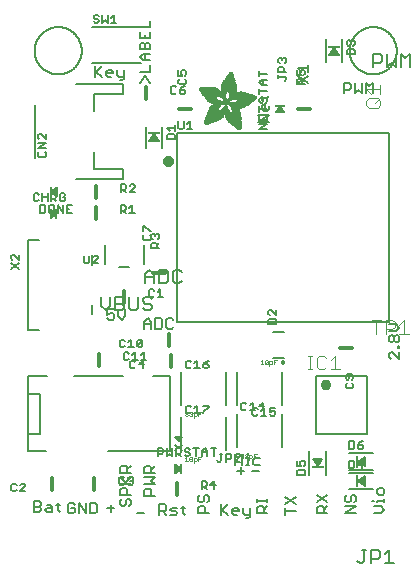
<source format=gbr>
G04 EAGLE Gerber RS-274X export*
G75*
%MOMM*%
%FSLAX34Y34*%
%LPD*%
%INSilkscreen Top*%
%IPPOS*%
%AMOC8*
5,1,8,0,0,1.08239X$1,22.5*%
G01*
%ADD10C,0.127000*%
%ADD11C,0.609600*%
%ADD12C,0.152400*%
%ADD13C,0.203200*%
%ADD14R,0.190500X0.889000*%
%ADD15C,0.304800*%
%ADD16R,1.000000X0.200000*%
%ADD17R,0.889000X0.190500*%
%ADD18C,0.050800*%
%ADD19C,0.101600*%
%ADD20R,0.200000X1.000000*%
%ADD21C,0.919200*%
%ADD22C,0.177800*%
%ADD23R,0.068600X0.007600*%
%ADD24R,0.114300X0.007600*%
%ADD25R,0.152400X0.007700*%
%ADD26R,0.182900X0.007600*%
%ADD27R,0.205700X0.007600*%
%ADD28R,0.228600X0.007600*%
%ADD29R,0.259100X0.007600*%
%ADD30R,0.274300X0.007700*%
%ADD31R,0.289500X0.007600*%
%ADD32R,0.304800X0.007600*%
%ADD33R,0.320100X0.007600*%
%ADD34R,0.342900X0.007600*%
%ADD35R,0.350500X0.007700*%
%ADD36R,0.365800X0.007600*%
%ADD37R,0.381000X0.007600*%
%ADD38R,0.388600X0.007600*%
%ADD39R,0.403800X0.007600*%
%ADD40R,0.419100X0.007700*%
%ADD41R,0.426700X0.007600*%
%ADD42R,0.441900X0.007600*%
%ADD43R,0.449600X0.007600*%
%ADD44R,0.464800X0.007600*%
%ADD45R,0.480000X0.007700*%
%ADD46R,0.487600X0.007600*%
%ADD47R,0.495300X0.007600*%
%ADD48R,0.510500X0.007600*%
%ADD49R,0.518100X0.007600*%
%ADD50R,0.525700X0.007700*%
%ADD51R,0.541000X0.007600*%
%ADD52R,0.548600X0.007600*%
%ADD53R,0.563800X0.007600*%
%ADD54R,0.571500X0.007600*%
%ADD55R,0.579100X0.007700*%
%ADD56R,0.594300X0.007600*%
%ADD57R,0.601900X0.007600*%
%ADD58R,0.609600X0.007600*%
%ADD59R,0.624800X0.007600*%
%ADD60R,0.632400X0.007700*%
%ADD61R,0.640000X0.007600*%
%ADD62R,0.655300X0.007600*%
%ADD63R,0.662900X0.007600*%
%ADD64R,0.678100X0.007600*%
%ADD65R,0.685800X0.007700*%
%ADD66R,0.693400X0.007600*%
%ADD67R,0.708600X0.007600*%
%ADD68R,0.716200X0.007600*%
%ADD69R,0.723900X0.007600*%
%ADD70R,0.739100X0.007700*%
%ADD71R,0.746700X0.007600*%
%ADD72R,0.754300X0.007600*%
%ADD73R,0.769600X0.007600*%
%ADD74R,0.777200X0.007600*%
%ADD75R,0.792400X0.007700*%
%ADD76R,0.800100X0.007600*%
%ADD77R,0.807700X0.007600*%
%ADD78R,0.822900X0.007600*%
%ADD79R,0.830500X0.007600*%
%ADD80R,0.838200X0.007700*%
%ADD81R,0.091500X0.007600*%
%ADD82R,0.853400X0.007600*%
%ADD83R,0.144700X0.007600*%
%ADD84R,0.861000X0.007600*%
%ADD85R,0.190500X0.007600*%
%ADD86R,0.876300X0.007600*%
%ADD87R,0.221000X0.007600*%
%ADD88R,0.883900X0.007600*%
%ADD89R,0.259000X0.007700*%
%ADD90R,0.891500X0.007700*%
%ADD91R,0.289600X0.007600*%
%ADD92R,0.906700X0.007600*%
%ADD93R,0.914400X0.007600*%
%ADD94R,0.350500X0.007600*%
%ADD95R,0.922000X0.007600*%
%ADD96R,0.937200X0.007600*%
%ADD97R,0.411400X0.007700*%
%ADD98R,0.944800X0.007700*%
%ADD99R,0.434300X0.007600*%
%ADD100R,0.952500X0.007600*%
%ADD101R,0.464900X0.007600*%
%ADD102R,0.967700X0.007600*%
%ADD103R,0.975300X0.007600*%
%ADD104R,0.518200X0.007600*%
%ADD105R,0.990600X0.007600*%
%ADD106R,0.548600X0.007700*%
%ADD107R,0.998200X0.007700*%
%ADD108R,1.005800X0.007600*%
%ADD109R,0.594400X0.007600*%
%ADD110R,1.021000X0.007600*%
%ADD111R,0.617200X0.007600*%
%ADD112R,1.028700X0.007600*%
%ADD113R,0.647700X0.007600*%
%ADD114R,1.036300X0.007600*%
%ADD115R,0.670500X0.007700*%
%ADD116R,1.051500X0.007700*%
%ADD117R,1.059100X0.007600*%
%ADD118R,0.716300X0.007600*%
%ADD119R,1.066800X0.007600*%
%ADD120R,0.739100X0.007600*%
%ADD121R,1.074400X0.007600*%
%ADD122R,0.762000X0.007600*%
%ADD123R,1.089600X0.007600*%
%ADD124R,0.784800X0.007700*%
%ADD125R,1.097200X0.007700*%
%ADD126R,1.104900X0.007600*%
%ADD127R,0.830600X0.007600*%
%ADD128R,1.112500X0.007600*%
%ADD129R,0.845800X0.007600*%
%ADD130R,1.120100X0.007600*%
%ADD131R,0.868700X0.007600*%
%ADD132R,1.127700X0.007600*%
%ADD133R,1.135300X0.007700*%
%ADD134R,1.143000X0.007600*%
%ADD135R,0.944900X0.007600*%
%ADD136R,1.150600X0.007600*%
%ADD137R,0.960100X0.007600*%
%ADD138R,1.158200X0.007600*%
%ADD139R,0.983000X0.007600*%
%ADD140R,1.165800X0.007600*%
%ADD141R,1.005900X0.007700*%
%ADD142R,1.173400X0.007700*%
%ADD143R,1.021100X0.007600*%
%ADD144R,1.181100X0.007600*%
%ADD145R,1.044000X0.007600*%
%ADD146R,1.188700X0.007600*%
%ADD147R,1.196300X0.007600*%
%ADD148R,1.082000X0.007600*%
%ADD149R,1.203900X0.007600*%
%ADD150R,1.104900X0.007700*%
%ADD151R,1.211500X0.007700*%
%ADD152R,1.211500X0.007600*%
%ADD153R,1.219200X0.007600*%
%ADD154R,1.226800X0.007600*%
%ADD155R,1.234400X0.007600*%
%ADD156R,1.188700X0.007700*%
%ADD157R,1.242000X0.007700*%
%ADD158R,1.242000X0.007600*%
%ADD159R,1.211600X0.007600*%
%ADD160R,1.249600X0.007600*%
%ADD161R,1.257300X0.007600*%
%ADD162R,1.264900X0.007600*%
%ADD163R,1.242100X0.007700*%
%ADD164R,1.264900X0.007700*%
%ADD165R,1.272500X0.007600*%
%ADD166R,1.265000X0.007600*%
%ADD167R,1.280100X0.007600*%
%ADD168R,1.272600X0.007600*%
%ADD169R,1.287700X0.007600*%
%ADD170R,1.287800X0.007600*%
%ADD171R,1.295400X0.007700*%
%ADD172R,1.303000X0.007600*%
%ADD173R,1.318200X0.007600*%
%ADD174R,1.310600X0.007600*%
%ADD175R,1.325900X0.007600*%
%ADD176R,1.341100X0.007700*%
%ADD177R,1.318200X0.007700*%
%ADD178R,1.341100X0.007600*%
%ADD179R,1.325800X0.007600*%
%ADD180R,1.348700X0.007600*%
%ADD181R,1.364000X0.007600*%
%ADD182R,1.333500X0.007600*%
%ADD183R,1.371600X0.007700*%
%ADD184R,1.379200X0.007600*%
%ADD185R,1.379300X0.007600*%
%ADD186R,1.386900X0.007600*%
%ADD187R,1.394500X0.007600*%
%ADD188R,1.356300X0.007600*%
%ADD189R,1.394400X0.007700*%
%ADD190R,1.356300X0.007700*%
%ADD191R,1.402000X0.007600*%
%ADD192R,1.409700X0.007600*%
%ADD193R,1.363900X0.007600*%
%ADD194R,1.417300X0.007600*%
%ADD195R,1.371600X0.007600*%
%ADD196R,1.424900X0.007700*%
%ADD197R,1.424900X0.007600*%
%ADD198R,1.432600X0.007600*%
%ADD199R,1.440200X0.007600*%
%ADD200R,1.386800X0.007600*%
%ADD201R,1.447800X0.007700*%
%ADD202R,1.386800X0.007700*%
%ADD203R,1.447800X0.007600*%
%ADD204R,1.455500X0.007600*%
%ADD205R,1.394400X0.007600*%
%ADD206R,1.463100X0.007600*%
%ADD207R,1.455400X0.007700*%
%ADD208R,1.463000X0.007600*%
%ADD209R,1.470600X0.007600*%
%ADD210R,1.470600X0.007700*%
%ADD211R,1.409700X0.007700*%
%ADD212R,1.470700X0.007600*%
%ADD213R,1.402100X0.007600*%
%ADD214R,1.478300X0.007600*%
%ADD215R,1.478300X0.007700*%
%ADD216R,1.402100X0.007700*%
%ADD217R,1.485900X0.007600*%
%ADD218R,1.485900X0.007700*%
%ADD219R,1.493500X0.007700*%
%ADD220R,1.493500X0.007600*%
%ADD221R,1.394500X0.007700*%
%ADD222R,1.493600X0.007700*%
%ADD223R,1.386900X0.007700*%
%ADD224R,1.379200X0.007700*%
%ADD225R,2.857500X0.007700*%
%ADD226R,2.857500X0.007600*%
%ADD227R,2.849900X0.007600*%
%ADD228R,2.842300X0.007600*%
%ADD229R,2.834700X0.007700*%
%ADD230R,2.827000X0.007600*%
%ADD231R,2.819400X0.007600*%
%ADD232R,2.811800X0.007600*%
%ADD233R,2.811800X0.007700*%
%ADD234R,2.804100X0.007600*%
%ADD235R,2.796500X0.007600*%
%ADD236R,1.966000X0.007600*%
%ADD237R,1.943100X0.007600*%
%ADD238R,0.754400X0.007600*%
%ADD239R,1.927900X0.007700*%
%ADD240R,0.746700X0.007700*%
%ADD241R,1.912600X0.007600*%
%ADD242R,0.731500X0.007600*%
%ADD243R,1.905000X0.007600*%
%ADD244R,1.882200X0.007600*%
%ADD245R,1.874600X0.007600*%
%ADD246R,1.866900X0.007700*%
%ADD247R,0.708700X0.007700*%
%ADD248R,1.851600X0.007600*%
%ADD249R,0.701100X0.007600*%
%ADD250R,1.844000X0.007600*%
%ADD251R,1.836400X0.007600*%
%ADD252R,1.821200X0.007600*%
%ADD253R,0.685800X0.007600*%
%ADD254R,1.813500X0.007700*%
%ADD255R,1.805900X0.007600*%
%ADD256R,0.678200X0.007600*%
%ADD257R,1.790700X0.007600*%
%ADD258R,0.670600X0.007600*%
%ADD259R,1.775500X0.007600*%
%ADD260R,1.767900X0.007700*%
%ADD261R,0.663000X0.007700*%
%ADD262R,1.760200X0.007600*%
%ADD263R,1.752600X0.007600*%
%ADD264R,0.937300X0.007600*%
%ADD265R,0.792500X0.007600*%
%ADD266R,0.899100X0.007600*%
%ADD267R,0.883900X0.007700*%
%ADD268R,0.716300X0.007700*%
%ADD269R,0.647700X0.007700*%
%ADD270R,0.640100X0.007600*%
%ADD271R,0.632500X0.007600*%
%ADD272R,0.655400X0.007600*%
%ADD273R,0.632400X0.007600*%
%ADD274R,0.845800X0.007700*%
%ADD275R,0.617200X0.007700*%
%ADD276R,0.624800X0.007700*%
%ADD277R,0.602000X0.007600*%
%ADD278R,0.838200X0.007600*%
%ADD279R,0.586700X0.007600*%
%ADD280R,0.548700X0.007600*%
%ADD281R,0.830500X0.007700*%
%ADD282R,0.541000X0.007700*%
%ADD283R,0.594300X0.007700*%
%ADD284R,0.525800X0.007600*%
%ADD285R,0.586800X0.007600*%
%ADD286R,0.815300X0.007600*%
%ADD287R,0.579200X0.007600*%
%ADD288R,0.815400X0.007600*%
%ADD289R,0.815400X0.007700*%
%ADD290R,0.571500X0.007700*%
%ADD291R,0.807800X0.007600*%
%ADD292R,0.563900X0.007600*%
%ADD293R,0.457200X0.007600*%
%ADD294R,0.442000X0.007600*%
%ADD295R,0.556300X0.007600*%
%ADD296R,0.807700X0.007700*%
%ADD297R,0.411500X0.007600*%
%ADD298R,0.533400X0.007600*%
%ADD299R,0.076200X0.007600*%
%ADD300R,0.403900X0.007600*%
%ADD301R,0.525700X0.007600*%
%ADD302R,0.388700X0.007600*%
%ADD303R,0.297200X0.007600*%
%ADD304R,0.373400X0.007700*%
%ADD305R,0.503000X0.007700*%
%ADD306R,0.426800X0.007700*%
%ADD307R,0.358100X0.007600*%
%ADD308R,0.502900X0.007600*%
%ADD309R,0.472400X0.007600*%
%ADD310R,0.487700X0.007600*%
%ADD311R,0.335300X0.007600*%
%ADD312R,0.792500X0.007700*%
%ADD313R,0.327600X0.007700*%
%ADD314R,0.472400X0.007700*%
%ADD315R,0.640000X0.007700*%
%ADD316R,0.784800X0.007600*%
%ADD317R,0.320000X0.007600*%
%ADD318R,0.792400X0.007600*%
%ADD319R,1.173400X0.007600*%
%ADD320R,1.196400X0.007600*%
%ADD321R,0.784900X0.007600*%
%ADD322R,0.784900X0.007700*%
%ADD323R,0.297200X0.007700*%
%ADD324R,1.249700X0.007600*%
%ADD325R,0.281900X0.007600*%
%ADD326R,1.295400X0.007600*%
%ADD327R,0.266700X0.007600*%
%ADD328R,0.777300X0.007700*%
%ADD329R,0.266700X0.007700*%
%ADD330R,1.333500X0.007700*%
%ADD331R,0.777300X0.007600*%
%ADD332R,1.348800X0.007600*%
%ADD333R,0.251500X0.007600*%
%ADD334R,0.243900X0.007700*%
%ADD335R,0.243900X0.007600*%
%ADD336R,1.440100X0.007600*%
%ADD337R,0.236200X0.007600*%
%ADD338R,0.762000X0.007700*%
%ADD339R,0.236200X0.007700*%
%ADD340R,1.508700X0.007700*%
%ADD341R,1.531600X0.007600*%
%ADD342R,1.546900X0.007600*%
%ADD343R,1.569700X0.007600*%
%ADD344R,1.585000X0.007600*%
%ADD345R,0.746800X0.007700*%
%ADD346R,1.607800X0.007700*%
%ADD347R,0.243800X0.007600*%
%ADD348R,1.630700X0.007600*%
%ADD349R,1.653500X0.007600*%
%ADD350R,0.739200X0.007600*%
%ADD351R,1.684000X0.007600*%
%ADD352R,2.019300X0.007600*%
%ADD353R,0.731500X0.007700*%
%ADD354R,2.026900X0.007700*%
%ADD355R,2.049800X0.007600*%
%ADD356R,2.057400X0.007600*%
%ADD357R,0.708700X0.007600*%
%ADD358R,2.072600X0.007600*%
%ADD359R,0.701000X0.007600*%
%ADD360R,2.095500X0.007600*%
%ADD361R,0.693500X0.007700*%
%ADD362R,2.110800X0.007700*%
%ADD363R,2.141200X0.007600*%
%ADD364R,0.060900X0.007600*%
%ADD365R,2.872700X0.007600*%
%ADD366R,3.124200X0.007600*%
%ADD367R,3.177600X0.007600*%
%ADD368R,3.215600X0.007700*%
%ADD369R,3.253700X0.007600*%
%ADD370R,3.284300X0.007600*%
%ADD371R,3.314700X0.007600*%
%ADD372R,3.352800X0.007600*%
%ADD373R,3.375600X0.007700*%
%ADD374R,3.406200X0.007600*%
%ADD375R,3.429000X0.007600*%
%ADD376R,3.451800X0.007600*%
%ADD377R,3.482400X0.007600*%
%ADD378R,1.828800X0.007700*%
%ADD379R,1.539300X0.007700*%
%ADD380R,1.767900X0.007600*%
%ADD381R,1.767800X0.007600*%
%ADD382R,1.760200X0.007700*%
%ADD383R,1.760300X0.007600*%
%ADD384R,1.775400X0.007700*%
%ADD385R,1.379300X0.007700*%
%ADD386R,1.783000X0.007600*%
%ADD387R,1.813500X0.007600*%
%ADD388R,1.821100X0.007700*%
%ADD389R,0.503000X0.007600*%
%ADD390R,1.135400X0.007600*%
%ADD391R,1.127700X0.007700*%
%ADD392R,0.487700X0.007700*%
%ADD393R,1.120200X0.007600*%
%ADD394R,1.097300X0.007600*%
%ADD395R,0.510600X0.007600*%
%ADD396R,1.074400X0.007700*%
%ADD397R,0.525800X0.007700*%
%ADD398R,1.440200X0.007700*%
%ADD399R,1.059200X0.007600*%
%ADD400R,1.051600X0.007600*%
%ADD401R,1.051500X0.007600*%
%ADD402R,1.043900X0.007700*%
%ADD403R,0.602000X0.007700*%
%ADD404R,1.524000X0.007600*%
%ADD405R,1.539300X0.007600*%
%ADD406R,1.592600X0.007600*%
%ADD407R,1.021100X0.007700*%
%ADD408R,1.615400X0.007700*%
%ADD409R,1.013400X0.007600*%
%ADD410R,1.653600X0.007600*%
%ADD411R,1.013500X0.007600*%
%ADD412R,1.699300X0.007600*%
%ADD413R,2.743200X0.007600*%
%ADD414R,1.005900X0.007600*%
%ADD415R,2.415500X0.007600*%
%ADD416R,1.005800X0.007700*%
%ADD417R,0.281900X0.007700*%
%ADD418R,2.408000X0.007700*%
%ADD419R,2.407900X0.007600*%
%ADD420R,0.998200X0.007600*%
%ADD421R,0.282000X0.007600*%
%ADD422R,0.998300X0.007600*%
%ADD423R,2.400300X0.007600*%
%ADD424R,0.289500X0.007700*%
%ADD425R,2.400300X0.007700*%
%ADD426R,0.297100X0.007600*%
%ADD427R,0.312400X0.007600*%
%ADD428R,2.392700X0.007600*%
%ADD429R,0.990600X0.007700*%
%ADD430R,0.327700X0.007700*%
%ADD431R,2.392700X0.007700*%
%ADD432R,2.385100X0.007600*%
%ADD433R,0.381000X0.007700*%
%ADD434R,2.377400X0.007700*%
%ADD435R,2.377400X0.007600*%
%ADD436R,2.369800X0.007600*%
%ADD437R,0.419100X0.007600*%
%ADD438R,2.362200X0.007600*%
%ADD439R,0.426800X0.007600*%
%ADD440R,1.036300X0.007700*%
%ADD441R,0.442000X0.007700*%
%ADD442R,2.354600X0.007700*%
%ADD443R,2.354600X0.007600*%
%ADD444R,0.480100X0.007600*%
%ADD445R,2.347000X0.007600*%
%ADD446R,1.074500X0.007600*%
%ADD447R,2.339400X0.007600*%
%ADD448R,1.082100X0.007700*%
%ADD449R,0.548700X0.007700*%
%ADD450R,2.331800X0.007700*%
%ADD451R,2.331800X0.007600*%
%ADD452R,0.624900X0.007600*%
%ADD453R,2.324100X0.007600*%
%ADD454R,1.859300X0.007600*%
%ADD455R,2.308800X0.007600*%
%ADD456R,2.301200X0.007700*%
%ADD457R,2.301200X0.007600*%
%ADD458R,2.293600X0.007600*%
%ADD459R,2.278400X0.007600*%
%ADD460R,1.889800X0.007600*%
%ADD461R,2.270700X0.007600*%
%ADD462R,1.897400X0.007700*%
%ADD463R,2.255500X0.007700*%
%ADD464R,1.897400X0.007600*%
%ADD465R,2.247900X0.007600*%
%ADD466R,2.232600X0.007600*%
%ADD467R,1.912700X0.007600*%
%ADD468R,2.209800X0.007600*%
%ADD469R,1.920300X0.007600*%
%ADD470R,2.186900X0.007600*%
%ADD471R,1.920300X0.007700*%
%ADD472R,2.171700X0.007700*%
%ADD473R,1.935500X0.007600*%
%ADD474R,2.148800X0.007600*%
%ADD475R,2.126000X0.007600*%
%ADD476R,1.950700X0.007600*%
%ADD477R,1.958400X0.007700*%
%ADD478R,2.042200X0.007700*%
%ADD479R,1.973600X0.007600*%
%ADD480R,1.996500X0.007600*%
%ADD481R,1.981200X0.007600*%
%ADD482R,1.988800X0.007600*%
%ADD483R,1.996400X0.007700*%
%ADD484R,1.996400X0.007600*%
%ADD485R,2.004100X0.007600*%
%ADD486R,1.874500X0.007600*%
%ADD487R,1.425000X0.007600*%
%ADD488R,2.026900X0.007600*%
%ADD489R,0.434400X0.007700*%
%ADD490R,1.364000X0.007700*%
%ADD491R,2.034500X0.007600*%
%ADD492R,0.434400X0.007600*%
%ADD493R,2.049700X0.007600*%
%ADD494R,2.065000X0.007700*%
%ADD495R,0.464800X0.007700*%
%ADD496R,1.196300X0.007700*%
%ADD497R,2.080300X0.007600*%
%ADD498R,1.158300X0.007600*%
%ADD499R,2.087900X0.007600*%
%ADD500R,0.472500X0.007600*%
%ADD501R,2.103100X0.007600*%
%ADD502R,2.118400X0.007600*%
%ADD503R,2.133600X0.007600*%
%ADD504R,2.148800X0.007700*%
%ADD505R,2.164000X0.007600*%
%ADD506R,2.171700X0.007600*%
%ADD507R,2.187000X0.007600*%
%ADD508R,0.556200X0.007600*%
%ADD509R,2.202200X0.007700*%
%ADD510R,0.556200X0.007700*%
%ADD511R,0.640100X0.007700*%
%ADD512R,0.579100X0.007600*%
%ADD513R,0.480000X0.007600*%
%ADD514R,1.752600X0.007700*%
%ADD515R,0.487600X0.007700*%
%ADD516R,0.594400X0.007700*%
%ADD517R,0.358100X0.007700*%
%ADD518R,0.099000X0.007600*%
%ADD519R,1.280200X0.007600*%
%ADD520R,1.745000X0.007600*%
%ADD521R,1.744900X0.007600*%
%ADD522R,1.737300X0.007700*%
%ADD523R,1.737400X0.007600*%
%ADD524R,1.729800X0.007600*%
%ADD525R,1.722200X0.007600*%
%ADD526R,1.722100X0.007600*%
%ADD527R,1.714500X0.007700*%
%ADD528R,1.356400X0.007700*%
%ADD529R,1.706900X0.007600*%
%ADD530R,1.356400X0.007600*%
%ADD531R,1.691700X0.007600*%
%ADD532R,1.668800X0.007700*%
%ADD533R,1.645900X0.007600*%
%ADD534R,1.623100X0.007600*%
%ADD535R,1.577400X0.007600*%
%ADD536R,1.554400X0.007600*%
%ADD537R,1.539200X0.007600*%
%ADD538R,1.524000X0.007700*%
%ADD539R,1.501100X0.007600*%
%ADD540R,1.455400X0.007600*%
%ADD541R,1.348800X0.007700*%
%ADD542R,1.318300X0.007600*%
%ADD543R,1.310600X0.007700*%
%ADD544R,1.287800X0.007700*%
%ADD545R,1.234500X0.007600*%
%ADD546R,1.226900X0.007600*%
%ADD547R,1.173500X0.007700*%
%ADD548R,1.173500X0.007600*%
%ADD549R,1.165900X0.007600*%
%ADD550R,1.143000X0.007700*%
%ADD551R,1.127800X0.007600*%
%ADD552R,1.097200X0.007600*%
%ADD553R,1.028700X0.007700*%
%ADD554R,0.982900X0.007600*%
%ADD555R,0.952500X0.007700*%
%ADD556R,0.929600X0.007600*%
%ADD557R,0.906800X0.007700*%
%ADD558R,0.906800X0.007600*%
%ADD559R,0.899200X0.007600*%
%ADD560R,0.884000X0.007600*%
%ADD561R,0.876300X0.007700*%
%ADD562R,0.830600X0.007700*%
%ADD563R,0.754400X0.007700*%
%ADD564R,0.746800X0.007600*%
%ADD565R,0.708600X0.007700*%
%ADD566R,0.678200X0.007700*%
%ADD567R,0.663000X0.007600*%
%ADD568R,0.632500X0.007700*%
%ADD569R,0.556300X0.007700*%
%ADD570R,0.518200X0.007700*%
%ADD571R,0.434300X0.007700*%
%ADD572R,0.396300X0.007700*%
%ADD573R,0.373300X0.007600*%
%ADD574R,0.365700X0.007600*%
%ADD575R,0.327700X0.007600*%
%ADD576R,0.304800X0.007700*%
%ADD577R,0.274300X0.007600*%
%ADD578R,0.243800X0.007700*%
%ADD579R,0.205800X0.007600*%
%ADD580R,0.152400X0.007600*%
%ADD581R,0.121900X0.007700*%

G36*
X19117Y276214D02*
X19117Y276214D01*
X19135Y276212D01*
X19237Y276240D01*
X19340Y276262D01*
X19355Y276271D01*
X19372Y276276D01*
X19517Y276361D01*
X24597Y280171D01*
X24600Y280174D01*
X24604Y280176D01*
X24685Y280263D01*
X24767Y280348D01*
X24769Y280352D01*
X24772Y280355D01*
X24822Y280464D01*
X24872Y280571D01*
X24872Y280575D01*
X24874Y280579D01*
X24887Y280697D01*
X24900Y280815D01*
X24900Y280819D01*
X24900Y280824D01*
X24874Y280940D01*
X24850Y281056D01*
X24847Y281060D01*
X24846Y281064D01*
X24785Y281166D01*
X24725Y281268D01*
X24721Y281271D01*
X24719Y281274D01*
X24597Y281389D01*
X19517Y285199D01*
X19501Y285207D01*
X19488Y285220D01*
X19473Y285227D01*
X19465Y285233D01*
X19415Y285253D01*
X19392Y285264D01*
X19299Y285313D01*
X19281Y285316D01*
X19265Y285323D01*
X19160Y285335D01*
X19056Y285351D01*
X19038Y285348D01*
X19021Y285350D01*
X18918Y285328D01*
X18813Y285310D01*
X18798Y285302D01*
X18780Y285298D01*
X18690Y285244D01*
X18597Y285194D01*
X18584Y285181D01*
X18569Y285172D01*
X18500Y285092D01*
X18428Y285015D01*
X18421Y284998D01*
X18409Y284985D01*
X18370Y284887D01*
X18326Y284791D01*
X18324Y284773D01*
X18317Y284757D01*
X18299Y284590D01*
X18299Y276970D01*
X18302Y276952D01*
X18300Y276935D01*
X18321Y276831D01*
X18339Y276727D01*
X18347Y276712D01*
X18351Y276694D01*
X18404Y276603D01*
X18454Y276510D01*
X18466Y276498D01*
X18476Y276482D01*
X18555Y276413D01*
X18632Y276341D01*
X18648Y276333D01*
X18662Y276321D01*
X18759Y276281D01*
X18855Y276237D01*
X18873Y276235D01*
X18889Y276228D01*
X18995Y276221D01*
X19099Y276210D01*
X19117Y276214D01*
G37*
G36*
X124517Y60204D02*
X124517Y60204D01*
X124535Y60202D01*
X124637Y60230D01*
X124740Y60252D01*
X124755Y60261D01*
X124772Y60266D01*
X124917Y60351D01*
X129997Y64161D01*
X130000Y64164D01*
X130004Y64166D01*
X130085Y64253D01*
X130167Y64338D01*
X130169Y64342D01*
X130172Y64345D01*
X130222Y64454D01*
X130272Y64561D01*
X130272Y64565D01*
X130274Y64569D01*
X130287Y64687D01*
X130300Y64805D01*
X130300Y64809D01*
X130300Y64814D01*
X130274Y64930D01*
X130250Y65046D01*
X130247Y65050D01*
X130246Y65054D01*
X130185Y65156D01*
X130125Y65258D01*
X130121Y65261D01*
X130119Y65264D01*
X129997Y65379D01*
X124917Y69189D01*
X124901Y69197D01*
X124888Y69210D01*
X124873Y69217D01*
X124865Y69223D01*
X124815Y69243D01*
X124792Y69254D01*
X124699Y69303D01*
X124681Y69306D01*
X124665Y69313D01*
X124560Y69325D01*
X124456Y69341D01*
X124438Y69338D01*
X124421Y69340D01*
X124318Y69318D01*
X124213Y69300D01*
X124198Y69292D01*
X124180Y69288D01*
X124090Y69234D01*
X123997Y69184D01*
X123984Y69171D01*
X123969Y69162D01*
X123900Y69082D01*
X123828Y69005D01*
X123821Y68988D01*
X123809Y68975D01*
X123770Y68877D01*
X123726Y68781D01*
X123724Y68763D01*
X123717Y68747D01*
X123699Y68580D01*
X123699Y60960D01*
X123702Y60942D01*
X123700Y60925D01*
X123721Y60821D01*
X123739Y60717D01*
X123747Y60702D01*
X123751Y60684D01*
X123804Y60593D01*
X123854Y60500D01*
X123866Y60488D01*
X123876Y60472D01*
X123955Y60403D01*
X124032Y60331D01*
X124048Y60323D01*
X124062Y60311D01*
X124159Y60271D01*
X124255Y60227D01*
X124273Y60225D01*
X124289Y60218D01*
X124395Y60211D01*
X124499Y60200D01*
X124517Y60204D01*
G37*
G36*
X24212Y294692D02*
X24212Y294692D01*
X24229Y294690D01*
X24332Y294712D01*
X24437Y294730D01*
X24452Y294738D01*
X24470Y294742D01*
X24560Y294796D01*
X24654Y294846D01*
X24666Y294859D01*
X24681Y294868D01*
X24750Y294948D01*
X24822Y295025D01*
X24829Y295042D01*
X24841Y295055D01*
X24880Y295153D01*
X24924Y295249D01*
X24926Y295267D01*
X24933Y295283D01*
X24951Y295450D01*
X24951Y303070D01*
X24949Y303087D01*
X24950Y303102D01*
X24950Y303105D01*
X24929Y303209D01*
X24912Y303313D01*
X24903Y303328D01*
X24900Y303346D01*
X24846Y303437D01*
X24796Y303530D01*
X24784Y303542D01*
X24775Y303558D01*
X24695Y303627D01*
X24618Y303700D01*
X24602Y303707D01*
X24588Y303719D01*
X24491Y303759D01*
X24395Y303803D01*
X24377Y303805D01*
X24361Y303812D01*
X24255Y303819D01*
X24151Y303830D01*
X24133Y303826D01*
X24115Y303828D01*
X24013Y303800D01*
X23940Y303784D01*
X23937Y303784D01*
X23910Y303778D01*
X23895Y303769D01*
X23878Y303764D01*
X23733Y303679D01*
X18653Y299869D01*
X18650Y299866D01*
X18647Y299864D01*
X18565Y299777D01*
X18483Y299692D01*
X18481Y299688D01*
X18478Y299685D01*
X18428Y299576D01*
X18378Y299469D01*
X18378Y299465D01*
X18376Y299461D01*
X18363Y299343D01*
X18350Y299225D01*
X18350Y299221D01*
X18350Y299216D01*
X18376Y299100D01*
X18401Y298984D01*
X18403Y298980D01*
X18404Y298976D01*
X18465Y298874D01*
X18526Y298772D01*
X18529Y298769D01*
X18531Y298766D01*
X18653Y298651D01*
X23733Y294841D01*
X23749Y294833D01*
X23762Y294821D01*
X23858Y294776D01*
X23951Y294727D01*
X23969Y294724D01*
X23985Y294717D01*
X24090Y294705D01*
X24194Y294689D01*
X24212Y294692D01*
G37*
G36*
X217188Y366272D02*
X217188Y366272D01*
X217205Y366270D01*
X217309Y366291D01*
X217413Y366309D01*
X217428Y366317D01*
X217446Y366321D01*
X217537Y366374D01*
X217630Y366424D01*
X217642Y366436D01*
X217658Y366446D01*
X217727Y366525D01*
X217800Y366602D01*
X217807Y366618D01*
X217819Y366632D01*
X217859Y366729D01*
X217903Y366825D01*
X217905Y366843D01*
X217912Y366859D01*
X217919Y366965D01*
X217930Y367069D01*
X217926Y367087D01*
X217928Y367105D01*
X217900Y367207D01*
X217878Y367310D01*
X217869Y367325D01*
X217864Y367342D01*
X217779Y367487D01*
X213969Y372567D01*
X213966Y372570D01*
X213964Y372574D01*
X213877Y372655D01*
X213792Y372737D01*
X213788Y372739D01*
X213785Y372742D01*
X213676Y372792D01*
X213569Y372842D01*
X213565Y372842D01*
X213561Y372844D01*
X213443Y372857D01*
X213325Y372870D01*
X213321Y372870D01*
X213316Y372870D01*
X213200Y372844D01*
X213084Y372820D01*
X213080Y372817D01*
X213076Y372816D01*
X212974Y372755D01*
X212872Y372695D01*
X212869Y372691D01*
X212866Y372689D01*
X212751Y372567D01*
X208941Y367487D01*
X208933Y367471D01*
X208921Y367458D01*
X208876Y367362D01*
X208827Y367269D01*
X208824Y367251D01*
X208817Y367235D01*
X208805Y367130D01*
X208789Y367026D01*
X208792Y367008D01*
X208790Y366991D01*
X208812Y366888D01*
X208830Y366783D01*
X208838Y366768D01*
X208842Y366750D01*
X208896Y366660D01*
X208946Y366567D01*
X208959Y366554D01*
X208968Y366539D01*
X209048Y366470D01*
X209125Y366398D01*
X209142Y366391D01*
X209155Y366379D01*
X209253Y366340D01*
X209349Y366296D01*
X209367Y366294D01*
X209383Y366287D01*
X209550Y366269D01*
X217170Y366269D01*
X217188Y366272D01*
G37*
G36*
X261151Y416095D02*
X261151Y416095D01*
X261223Y416095D01*
X261291Y416115D01*
X261362Y416125D01*
X261427Y416154D01*
X261496Y416174D01*
X261556Y416212D01*
X261621Y416241D01*
X261676Y416287D01*
X261736Y416325D01*
X261784Y416379D01*
X261838Y416425D01*
X261878Y416484D01*
X261925Y416538D01*
X261956Y416602D01*
X261996Y416661D01*
X262017Y416730D01*
X262048Y416794D01*
X262060Y416864D01*
X262081Y416932D01*
X262083Y417004D01*
X262095Y417075D01*
X262087Y417145D01*
X262089Y417216D01*
X262070Y417286D01*
X262062Y417357D01*
X262037Y417412D01*
X262017Y417491D01*
X261956Y417594D01*
X261925Y417663D01*
X259925Y420663D01*
X259848Y420750D01*
X259775Y420840D01*
X259753Y420855D01*
X259735Y420875D01*
X259638Y420937D01*
X259543Y421004D01*
X259517Y421012D01*
X259495Y421027D01*
X259384Y421059D01*
X259274Y421097D01*
X259247Y421098D01*
X259222Y421105D01*
X259106Y421105D01*
X258990Y421111D01*
X258964Y421105D01*
X258937Y421105D01*
X258826Y421073D01*
X258713Y421047D01*
X258690Y421034D01*
X258664Y421026D01*
X258566Y420964D01*
X258465Y420908D01*
X258449Y420890D01*
X258424Y420875D01*
X258239Y420667D01*
X258235Y420663D01*
X256235Y417663D01*
X256204Y417599D01*
X256165Y417539D01*
X256143Y417471D01*
X256112Y417407D01*
X256100Y417336D01*
X256079Y417268D01*
X256077Y417197D01*
X256065Y417127D01*
X256073Y417055D01*
X256071Y416984D01*
X256089Y416915D01*
X256098Y416844D01*
X256125Y416778D01*
X256143Y416709D01*
X256180Y416648D01*
X256207Y416582D01*
X256252Y416526D01*
X256289Y416464D01*
X256340Y416415D01*
X256385Y416360D01*
X256444Y416319D01*
X256496Y416270D01*
X256559Y416237D01*
X256617Y416196D01*
X256685Y416173D01*
X256749Y416140D01*
X256808Y416130D01*
X256886Y416103D01*
X257005Y416097D01*
X257080Y416085D01*
X261080Y416085D01*
X261151Y416095D01*
G37*
G36*
X108751Y342435D02*
X108751Y342435D01*
X108823Y342435D01*
X108891Y342455D01*
X108962Y342465D01*
X109027Y342494D01*
X109096Y342514D01*
X109156Y342552D01*
X109221Y342581D01*
X109276Y342627D01*
X109336Y342665D01*
X109384Y342719D01*
X109438Y342765D01*
X109478Y342824D01*
X109525Y342878D01*
X109556Y342942D01*
X109596Y343001D01*
X109617Y343070D01*
X109648Y343134D01*
X109660Y343204D01*
X109681Y343272D01*
X109683Y343344D01*
X109695Y343415D01*
X109687Y343485D01*
X109689Y343556D01*
X109670Y343626D01*
X109662Y343697D01*
X109637Y343752D01*
X109617Y343831D01*
X109556Y343934D01*
X109525Y344003D01*
X107525Y347003D01*
X107448Y347090D01*
X107375Y347180D01*
X107353Y347195D01*
X107335Y347215D01*
X107238Y347277D01*
X107143Y347344D01*
X107117Y347352D01*
X107095Y347367D01*
X106984Y347399D01*
X106874Y347437D01*
X106847Y347438D01*
X106822Y347445D01*
X106706Y347445D01*
X106590Y347451D01*
X106564Y347445D01*
X106537Y347445D01*
X106426Y347413D01*
X106313Y347387D01*
X106290Y347374D01*
X106264Y347366D01*
X106166Y347304D01*
X106065Y347248D01*
X106049Y347230D01*
X106024Y347215D01*
X105839Y347007D01*
X105835Y347003D01*
X103835Y344003D01*
X103804Y343939D01*
X103765Y343879D01*
X103743Y343811D01*
X103712Y343747D01*
X103700Y343676D01*
X103679Y343608D01*
X103677Y343537D01*
X103665Y343467D01*
X103673Y343395D01*
X103671Y343324D01*
X103689Y343255D01*
X103698Y343184D01*
X103725Y343118D01*
X103743Y343049D01*
X103780Y342988D01*
X103807Y342922D01*
X103852Y342866D01*
X103889Y342804D01*
X103940Y342755D01*
X103985Y342700D01*
X104044Y342659D01*
X104096Y342610D01*
X104159Y342577D01*
X104217Y342536D01*
X104285Y342513D01*
X104349Y342480D01*
X104408Y342470D01*
X104486Y342443D01*
X104605Y342437D01*
X104680Y342425D01*
X108680Y342425D01*
X108751Y342435D01*
G37*
G36*
X283985Y68113D02*
X283985Y68113D01*
X284056Y68111D01*
X284125Y68129D01*
X284196Y68138D01*
X284262Y68165D01*
X284331Y68183D01*
X284392Y68220D01*
X284458Y68247D01*
X284514Y68292D01*
X284576Y68329D01*
X284625Y68380D01*
X284680Y68425D01*
X284721Y68484D01*
X284770Y68536D01*
X284803Y68599D01*
X284844Y68657D01*
X284867Y68725D01*
X284900Y68789D01*
X284910Y68848D01*
X284937Y68926D01*
X284943Y69045D01*
X284955Y69120D01*
X284955Y73120D01*
X284945Y73191D01*
X284945Y73263D01*
X284925Y73331D01*
X284915Y73402D01*
X284886Y73467D01*
X284866Y73536D01*
X284828Y73596D01*
X284799Y73661D01*
X284753Y73716D01*
X284715Y73776D01*
X284662Y73824D01*
X284616Y73878D01*
X284556Y73918D01*
X284502Y73965D01*
X284438Y73996D01*
X284379Y74036D01*
X284311Y74057D01*
X284246Y74088D01*
X284176Y74100D01*
X284108Y74121D01*
X284036Y74123D01*
X283966Y74135D01*
X283895Y74127D01*
X283824Y74129D01*
X283754Y74110D01*
X283683Y74102D01*
X283628Y74077D01*
X283549Y74057D01*
X283446Y73996D01*
X283377Y73965D01*
X280377Y71965D01*
X280290Y71888D01*
X280200Y71815D01*
X280185Y71793D01*
X280165Y71775D01*
X280103Y71678D01*
X280036Y71583D01*
X280028Y71557D01*
X280013Y71535D01*
X279981Y71424D01*
X279943Y71314D01*
X279942Y71287D01*
X279935Y71262D01*
X279935Y71146D01*
X279929Y71030D01*
X279935Y71004D01*
X279935Y70977D01*
X279967Y70866D01*
X279993Y70753D01*
X280006Y70730D01*
X280014Y70704D01*
X280076Y70606D01*
X280132Y70505D01*
X280150Y70489D01*
X280165Y70464D01*
X280373Y70279D01*
X280377Y70275D01*
X283377Y68275D01*
X283441Y68244D01*
X283501Y68205D01*
X283569Y68183D01*
X283633Y68152D01*
X283704Y68140D01*
X283772Y68119D01*
X283843Y68117D01*
X283914Y68105D01*
X283985Y68113D01*
G37*
G36*
X245226Y67845D02*
X245226Y67845D01*
X245253Y67845D01*
X245364Y67877D01*
X245477Y67903D01*
X245500Y67916D01*
X245526Y67924D01*
X245624Y67986D01*
X245725Y68042D01*
X245741Y68060D01*
X245766Y68075D01*
X245951Y68283D01*
X245955Y68287D01*
X247955Y71287D01*
X247986Y71351D01*
X248026Y71411D01*
X248047Y71479D01*
X248078Y71543D01*
X248090Y71614D01*
X248111Y71682D01*
X248113Y71753D01*
X248125Y71824D01*
X248117Y71895D01*
X248119Y71966D01*
X248101Y72035D01*
X248092Y72106D01*
X248065Y72172D01*
X248047Y72241D01*
X248010Y72302D01*
X247983Y72368D01*
X247938Y72424D01*
X247902Y72486D01*
X247850Y72535D01*
X247805Y72590D01*
X247747Y72631D01*
X247694Y72680D01*
X247631Y72713D01*
X247573Y72754D01*
X247505Y72777D01*
X247441Y72810D01*
X247382Y72820D01*
X247304Y72847D01*
X247185Y72853D01*
X247110Y72865D01*
X243110Y72865D01*
X243039Y72855D01*
X242967Y72855D01*
X242899Y72835D01*
X242829Y72825D01*
X242763Y72796D01*
X242694Y72776D01*
X242634Y72738D01*
X242569Y72709D01*
X242514Y72663D01*
X242454Y72625D01*
X242406Y72572D01*
X242352Y72526D01*
X242312Y72466D01*
X242265Y72412D01*
X242234Y72348D01*
X242195Y72289D01*
X242173Y72221D01*
X242142Y72156D01*
X242130Y72086D01*
X242109Y72018D01*
X242107Y71946D01*
X242095Y71876D01*
X242103Y71805D01*
X242101Y71734D01*
X242120Y71664D01*
X242128Y71593D01*
X242153Y71538D01*
X242173Y71459D01*
X242234Y71356D01*
X242265Y71287D01*
X244265Y68287D01*
X244342Y68200D01*
X244415Y68110D01*
X244437Y68095D01*
X244455Y68075D01*
X244552Y68013D01*
X244647Y67946D01*
X244673Y67938D01*
X244695Y67923D01*
X244806Y67891D01*
X244916Y67853D01*
X244943Y67852D01*
X244968Y67845D01*
X245084Y67845D01*
X245200Y67839D01*
X245226Y67845D01*
G37*
G36*
X283985Y51603D02*
X283985Y51603D01*
X284056Y51601D01*
X284125Y51619D01*
X284196Y51628D01*
X284262Y51655D01*
X284331Y51673D01*
X284392Y51710D01*
X284458Y51737D01*
X284514Y51782D01*
X284576Y51819D01*
X284625Y51870D01*
X284680Y51915D01*
X284721Y51974D01*
X284770Y52026D01*
X284803Y52089D01*
X284844Y52147D01*
X284867Y52215D01*
X284900Y52279D01*
X284910Y52338D01*
X284937Y52416D01*
X284943Y52535D01*
X284955Y52610D01*
X284955Y56610D01*
X284945Y56681D01*
X284945Y56753D01*
X284925Y56821D01*
X284915Y56892D01*
X284886Y56957D01*
X284866Y57026D01*
X284828Y57086D01*
X284799Y57151D01*
X284753Y57206D01*
X284715Y57266D01*
X284662Y57314D01*
X284616Y57368D01*
X284556Y57408D01*
X284502Y57455D01*
X284438Y57486D01*
X284379Y57526D01*
X284311Y57547D01*
X284246Y57578D01*
X284176Y57590D01*
X284108Y57611D01*
X284036Y57613D01*
X283966Y57625D01*
X283895Y57617D01*
X283824Y57619D01*
X283754Y57600D01*
X283683Y57592D01*
X283628Y57567D01*
X283549Y57547D01*
X283446Y57486D01*
X283377Y57455D01*
X280377Y55455D01*
X280290Y55378D01*
X280200Y55305D01*
X280185Y55283D01*
X280165Y55265D01*
X280103Y55168D01*
X280036Y55073D01*
X280028Y55047D01*
X280013Y55025D01*
X279981Y54914D01*
X279943Y54804D01*
X279942Y54777D01*
X279935Y54752D01*
X279935Y54636D01*
X279929Y54520D01*
X279935Y54494D01*
X279935Y54467D01*
X279967Y54356D01*
X279993Y54243D01*
X280006Y54220D01*
X280014Y54194D01*
X280076Y54096D01*
X280132Y53995D01*
X280150Y53979D01*
X280165Y53954D01*
X280373Y53769D01*
X280377Y53765D01*
X283377Y51765D01*
X283441Y51734D01*
X283501Y51695D01*
X283569Y51673D01*
X283633Y51642D01*
X283704Y51630D01*
X283772Y51609D01*
X283843Y51607D01*
X283914Y51595D01*
X283985Y51603D01*
G37*
D10*
X4898Y28575D02*
X4898Y37473D01*
X9347Y37473D01*
X10830Y35990D01*
X10830Y34507D01*
X9347Y33024D01*
X10830Y31541D01*
X10830Y30058D01*
X9347Y28575D01*
X4898Y28575D01*
X4898Y33024D02*
X9347Y33024D01*
X15736Y34507D02*
X18702Y34507D01*
X20185Y33024D01*
X20185Y28575D01*
X15736Y28575D01*
X14253Y30058D01*
X15736Y31541D01*
X20185Y31541D01*
X25091Y30058D02*
X25091Y35990D01*
X25091Y30058D02*
X26574Y28575D01*
X26574Y34507D02*
X23608Y34507D01*
X37978Y36203D02*
X39461Y34720D01*
X37978Y36203D02*
X35012Y36203D01*
X33529Y34720D01*
X33529Y28788D01*
X35012Y27305D01*
X37978Y27305D01*
X39461Y28788D01*
X39461Y31754D01*
X36495Y31754D01*
X42885Y27305D02*
X42885Y36203D01*
X48816Y27305D01*
X48816Y36203D01*
X52240Y36203D02*
X52240Y27305D01*
X56689Y27305D01*
X58172Y28788D01*
X58172Y34720D01*
X56689Y36203D01*
X52240Y36203D01*
X78097Y38104D02*
X79580Y39587D01*
X78097Y38104D02*
X78097Y35138D01*
X79580Y33655D01*
X81063Y33655D01*
X82546Y35138D01*
X82546Y38104D01*
X84029Y39587D01*
X85512Y39587D01*
X86995Y38104D01*
X86995Y35138D01*
X85512Y33655D01*
X86995Y43010D02*
X78097Y43010D01*
X78097Y47459D01*
X79580Y48942D01*
X82546Y48942D01*
X84029Y47459D01*
X84029Y43010D01*
X86995Y52365D02*
X78097Y52365D01*
X84029Y52365D02*
X78097Y58297D01*
X82546Y53848D02*
X86995Y58297D01*
X86995Y61721D02*
X78097Y61721D01*
X78097Y66169D01*
X79580Y67652D01*
X82546Y67652D01*
X84029Y66169D01*
X84029Y61721D01*
X84029Y64686D02*
X86995Y67652D01*
X69846Y34507D02*
X69846Y28575D01*
X66880Y31541D02*
X72812Y31541D01*
X292727Y27305D02*
X298659Y27305D01*
X301625Y30271D01*
X298659Y33237D01*
X292727Y33237D01*
X295693Y36660D02*
X295693Y38143D01*
X301625Y38143D01*
X301625Y36660D02*
X301625Y39626D01*
X292727Y38143D02*
X291244Y38143D01*
X301625Y44380D02*
X301625Y47346D01*
X300142Y48829D01*
X297176Y48829D01*
X295693Y47346D01*
X295693Y44380D01*
X297176Y42897D01*
X300142Y42897D01*
X301625Y44380D01*
X277495Y27305D02*
X268597Y27305D01*
X277495Y33237D01*
X268597Y33237D01*
X268597Y41109D02*
X270080Y42592D01*
X268597Y41109D02*
X268597Y38143D01*
X270080Y36660D01*
X271563Y36660D01*
X273046Y38143D01*
X273046Y41109D01*
X274529Y42592D01*
X276012Y42592D01*
X277495Y41109D01*
X277495Y38143D01*
X276012Y36660D01*
X111125Y34933D02*
X111125Y26035D01*
X111125Y34933D02*
X115574Y34933D01*
X117057Y33450D01*
X117057Y30484D01*
X115574Y29001D01*
X111125Y29001D01*
X114091Y29001D02*
X117057Y26035D01*
X120480Y26035D02*
X124929Y26035D01*
X126412Y27518D01*
X124929Y29001D01*
X121963Y29001D01*
X120480Y30484D01*
X121963Y31967D01*
X126412Y31967D01*
X131318Y33450D02*
X131318Y27518D01*
X132801Y26035D01*
X132801Y31967D02*
X129835Y31967D01*
X144137Y27305D02*
X153035Y27305D01*
X144137Y27305D02*
X144137Y31754D01*
X145620Y33237D01*
X148586Y33237D01*
X150069Y31754D01*
X150069Y27305D01*
X144137Y41109D02*
X145620Y42592D01*
X144137Y41109D02*
X144137Y38143D01*
X145620Y36660D01*
X147103Y36660D01*
X148586Y38143D01*
X148586Y41109D01*
X150069Y42592D01*
X151552Y42592D01*
X153035Y41109D01*
X153035Y38143D01*
X151552Y36660D01*
X163069Y34933D02*
X163069Y26035D01*
X163069Y29001D02*
X169001Y34933D01*
X164552Y30484D02*
X169001Y26035D01*
X173908Y26035D02*
X176873Y26035D01*
X173908Y26035D02*
X172425Y27518D01*
X172425Y30484D01*
X173908Y31967D01*
X176873Y31967D01*
X178356Y30484D01*
X178356Y29001D01*
X172425Y29001D01*
X181780Y27518D02*
X181780Y31967D01*
X181780Y27518D02*
X183263Y26035D01*
X187712Y26035D01*
X187712Y24552D02*
X187712Y31967D01*
X187712Y24552D02*
X186229Y23069D01*
X184746Y23069D01*
X193667Y27305D02*
X202565Y27305D01*
X193667Y27305D02*
X193667Y31754D01*
X195150Y33237D01*
X198116Y33237D01*
X199599Y31754D01*
X199599Y27305D01*
X199599Y30271D02*
X202565Y33237D01*
X202565Y36660D02*
X202565Y39626D01*
X202565Y38143D02*
X193667Y38143D01*
X193667Y36660D02*
X193667Y39626D01*
X217797Y29001D02*
X226695Y29001D01*
X217797Y26035D02*
X217797Y31967D01*
X217797Y35390D02*
X226695Y41322D01*
X226695Y35390D02*
X217797Y41322D01*
X244467Y27305D02*
X253365Y27305D01*
X244467Y27305D02*
X244467Y31754D01*
X245950Y33237D01*
X248916Y33237D01*
X250399Y31754D01*
X250399Y27305D01*
X250399Y30271D02*
X253365Y33237D01*
X253365Y42592D02*
X244467Y36660D01*
X244467Y42592D02*
X253365Y36660D01*
X175078Y67945D02*
X175078Y76843D01*
X178044Y73877D01*
X181010Y76843D01*
X181010Y67945D01*
X184433Y73877D02*
X185916Y73877D01*
X185916Y67945D01*
X184433Y67945D02*
X187399Y67945D01*
X185916Y76843D02*
X185916Y78326D01*
X192153Y73877D02*
X196602Y73877D01*
X192153Y73877D02*
X190670Y72394D01*
X190670Y69428D01*
X192153Y67945D01*
X196602Y67945D01*
X98425Y183515D02*
X98425Y189447D01*
X101391Y192413D01*
X104357Y189447D01*
X104357Y183515D01*
X104357Y187964D02*
X98425Y187964D01*
X107780Y192413D02*
X107780Y183515D01*
X112229Y183515D01*
X113712Y184998D01*
X113712Y190930D01*
X112229Y192413D01*
X107780Y192413D01*
X121584Y192413D02*
X123067Y190930D01*
X121584Y192413D02*
X118618Y192413D01*
X117135Y190930D01*
X117135Y184998D01*
X118618Y183515D01*
X121584Y183515D01*
X123067Y184998D01*
X56389Y396875D02*
X56389Y405773D01*
X56389Y399841D02*
X62321Y405773D01*
X57872Y401324D02*
X62321Y396875D01*
X67228Y396875D02*
X70193Y396875D01*
X67228Y396875D02*
X65745Y398358D01*
X65745Y401324D01*
X67228Y402807D01*
X70193Y402807D01*
X71676Y401324D01*
X71676Y399841D01*
X65745Y399841D01*
X75100Y398358D02*
X75100Y402807D01*
X75100Y398358D02*
X76583Y396875D01*
X81032Y396875D01*
X81032Y395392D02*
X81032Y402807D01*
X81032Y395392D02*
X79549Y393909D01*
X78066Y393909D01*
X194937Y358775D02*
X203835Y358775D01*
X203835Y364707D02*
X194937Y358775D01*
X194937Y364707D02*
X203835Y364707D01*
X203835Y369613D02*
X203835Y372579D01*
X203835Y369613D02*
X202352Y368130D01*
X199386Y368130D01*
X197903Y369613D01*
X197903Y372579D01*
X199386Y374062D01*
X200869Y374062D01*
X200869Y368130D01*
X202352Y378968D02*
X196420Y378968D01*
X202352Y378968D02*
X203835Y380451D01*
X197903Y380451D02*
X197903Y377485D01*
X107315Y42419D02*
X98417Y42419D01*
X98417Y46868D01*
X99900Y48351D01*
X102866Y48351D01*
X104349Y46868D01*
X104349Y42419D01*
X107315Y51775D02*
X98417Y51775D01*
X104349Y54740D02*
X107315Y51775D01*
X104349Y54740D02*
X107315Y57706D01*
X98417Y57706D01*
X98417Y61130D02*
X107315Y61130D01*
X98417Y61130D02*
X98417Y65579D01*
X99900Y67062D01*
X102866Y67062D01*
X104349Y65579D01*
X104349Y61130D01*
X104349Y64096D02*
X107315Y67062D01*
X267335Y382905D02*
X267335Y391803D01*
X271784Y391803D01*
X273267Y390320D01*
X273267Y387354D01*
X271784Y385871D01*
X267335Y385871D01*
X276690Y382905D02*
X276690Y391803D01*
X279656Y385871D02*
X276690Y382905D01*
X279656Y385871D02*
X282622Y382905D01*
X282622Y391803D01*
X286045Y391803D02*
X286045Y382905D01*
X289011Y388837D02*
X286045Y391803D01*
X289011Y388837D02*
X291977Y391803D01*
X291977Y382905D01*
X314325Y164047D02*
X314325Y158115D01*
X308393Y164047D01*
X306910Y164047D01*
X305427Y162564D01*
X305427Y159598D01*
X306910Y158115D01*
X312842Y167470D02*
X314325Y167470D01*
X312842Y167470D02*
X312842Y168953D01*
X314325Y168953D01*
X314325Y167470D01*
X306910Y172148D02*
X305427Y173631D01*
X305427Y176597D01*
X306910Y178080D01*
X308393Y178080D01*
X309876Y176597D01*
X311359Y178080D01*
X312842Y178080D01*
X314325Y176597D01*
X314325Y173631D01*
X312842Y172148D01*
X311359Y172148D01*
X309876Y173631D01*
X308393Y172148D01*
X306910Y172148D01*
X309876Y173631D02*
X309876Y176597D01*
X311359Y181503D02*
X305427Y181503D01*
X311359Y181503D02*
X314325Y184469D01*
X311359Y187435D01*
X305427Y187435D01*
X183097Y63504D02*
X177165Y63504D01*
X180131Y66470D02*
X180131Y60538D01*
X189865Y63504D02*
X195797Y63504D01*
X98007Y27944D02*
X92075Y27944D01*
X72946Y200033D02*
X67015Y200033D01*
X67015Y195584D01*
X69980Y197067D01*
X71463Y197067D01*
X72946Y195584D01*
X72946Y192618D01*
X71463Y191135D01*
X68498Y191135D01*
X67015Y192618D01*
X76370Y194101D02*
X76370Y200033D01*
X76370Y194101D02*
X79336Y191135D01*
X82302Y194101D01*
X82302Y200033D01*
X125900Y349560D02*
X305900Y349560D01*
X305900Y189560D01*
X125900Y189560D01*
X125900Y349560D01*
D11*
X116900Y325560D02*
X116902Y325637D01*
X116908Y325714D01*
X116918Y325791D01*
X116932Y325867D01*
X116949Y325942D01*
X116971Y326016D01*
X116996Y326089D01*
X117026Y326161D01*
X117058Y326231D01*
X117095Y326299D01*
X117134Y326365D01*
X117177Y326429D01*
X117224Y326491D01*
X117273Y326550D01*
X117326Y326607D01*
X117381Y326661D01*
X117439Y326712D01*
X117500Y326760D01*
X117563Y326805D01*
X117628Y326846D01*
X117695Y326884D01*
X117764Y326919D01*
X117835Y326949D01*
X117907Y326977D01*
X117981Y327000D01*
X118055Y327020D01*
X118131Y327036D01*
X118207Y327048D01*
X118284Y327056D01*
X118361Y327060D01*
X118439Y327060D01*
X118516Y327056D01*
X118593Y327048D01*
X118669Y327036D01*
X118745Y327020D01*
X118819Y327000D01*
X118893Y326977D01*
X118965Y326949D01*
X119036Y326919D01*
X119105Y326884D01*
X119172Y326846D01*
X119237Y326805D01*
X119300Y326760D01*
X119361Y326712D01*
X119419Y326661D01*
X119474Y326607D01*
X119527Y326550D01*
X119576Y326491D01*
X119623Y326429D01*
X119666Y326365D01*
X119705Y326299D01*
X119742Y326231D01*
X119774Y326161D01*
X119804Y326089D01*
X119829Y326016D01*
X119851Y325942D01*
X119868Y325867D01*
X119882Y325791D01*
X119892Y325714D01*
X119898Y325637D01*
X119900Y325560D01*
X119898Y325483D01*
X119892Y325406D01*
X119882Y325329D01*
X119868Y325253D01*
X119851Y325178D01*
X119829Y325104D01*
X119804Y325031D01*
X119774Y324959D01*
X119742Y324889D01*
X119705Y324821D01*
X119666Y324755D01*
X119623Y324691D01*
X119576Y324629D01*
X119527Y324570D01*
X119474Y324513D01*
X119419Y324459D01*
X119361Y324408D01*
X119300Y324360D01*
X119237Y324315D01*
X119172Y324274D01*
X119105Y324236D01*
X119036Y324201D01*
X118965Y324171D01*
X118893Y324143D01*
X118819Y324120D01*
X118745Y324100D01*
X118669Y324084D01*
X118593Y324072D01*
X118516Y324064D01*
X118439Y324060D01*
X118361Y324060D01*
X118284Y324064D01*
X118207Y324072D01*
X118131Y324084D01*
X118055Y324100D01*
X117981Y324120D01*
X117907Y324143D01*
X117835Y324171D01*
X117764Y324201D01*
X117695Y324236D01*
X117628Y324274D01*
X117563Y324315D01*
X117500Y324360D01*
X117439Y324408D01*
X117381Y324459D01*
X117326Y324513D01*
X117273Y324570D01*
X117224Y324629D01*
X117177Y324691D01*
X117134Y324755D01*
X117095Y324821D01*
X117058Y324889D01*
X117026Y324959D01*
X116996Y325031D01*
X116971Y325104D01*
X116949Y325178D01*
X116932Y325253D01*
X116918Y325329D01*
X116908Y325406D01*
X116902Y325483D01*
X116900Y325560D01*
D12*
X127162Y353924D02*
X127162Y359432D01*
X127162Y353924D02*
X128264Y352822D01*
X130467Y352822D01*
X131568Y353924D01*
X131568Y359432D01*
X134646Y357228D02*
X136849Y359432D01*
X136849Y352822D01*
X134646Y352822D02*
X139053Y352822D01*
D13*
X97780Y254380D02*
X97780Y238380D01*
X64780Y238380D02*
X64780Y254380D01*
X77280Y235880D02*
X85280Y235880D01*
D12*
X47294Y240116D02*
X47294Y245624D01*
X47294Y240116D02*
X48395Y239014D01*
X50599Y239014D01*
X51700Y240116D01*
X51700Y245624D01*
X54778Y239014D02*
X59184Y239014D01*
X54778Y239014D02*
X59184Y243420D01*
X59184Y244522D01*
X58083Y245624D01*
X55879Y245624D01*
X54778Y244522D01*
D14*
X23958Y280780D03*
D12*
X8988Y297210D02*
X7887Y298312D01*
X5684Y298312D01*
X4582Y297210D01*
X4582Y292804D01*
X5684Y291702D01*
X7887Y291702D01*
X8988Y292804D01*
X12066Y291702D02*
X12066Y298312D01*
X12066Y295007D02*
X16473Y295007D01*
X16473Y298312D02*
X16473Y291702D01*
X19550Y291702D02*
X19550Y298312D01*
X22855Y298312D01*
X23957Y297210D01*
X23957Y295007D01*
X22855Y293905D01*
X19550Y293905D01*
X21754Y293905D02*
X23957Y291702D01*
X30339Y298312D02*
X31441Y297210D01*
X30339Y298312D02*
X28136Y298312D01*
X27034Y297210D01*
X27034Y292804D01*
X28136Y291702D01*
X30339Y291702D01*
X31441Y292804D01*
X31441Y295007D01*
X29238Y295007D01*
D14*
X19293Y299260D03*
D12*
X10255Y288344D02*
X10255Y281734D01*
X13560Y281734D01*
X14662Y282836D01*
X14662Y287242D01*
X13560Y288344D01*
X10255Y288344D01*
X18841Y288344D02*
X21044Y288344D01*
X18841Y288344D02*
X17740Y287242D01*
X17740Y282836D01*
X18841Y281734D01*
X21044Y281734D01*
X22146Y282836D01*
X22146Y287242D01*
X21044Y288344D01*
X25224Y288344D02*
X25224Y281734D01*
X29630Y281734D02*
X25224Y288344D01*
X29630Y288344D02*
X29630Y281734D01*
X32708Y288344D02*
X37114Y288344D01*
X32708Y288344D02*
X32708Y281734D01*
X37114Y281734D01*
X34911Y285039D02*
X32708Y285039D01*
D15*
X57150Y287020D02*
X57150Y276860D01*
D12*
X78232Y281432D02*
X78232Y288042D01*
X81537Y288042D01*
X82638Y286940D01*
X82638Y284737D01*
X81537Y283635D01*
X78232Y283635D01*
X80435Y283635D02*
X82638Y281432D01*
X85716Y285838D02*
X87919Y288042D01*
X87919Y281432D01*
X85716Y281432D02*
X90123Y281432D01*
D15*
X57310Y294640D02*
X57310Y304800D01*
D12*
X78392Y305822D02*
X78392Y299212D01*
X78392Y305822D02*
X81697Y305822D01*
X82798Y304720D01*
X82798Y302517D01*
X81697Y301415D01*
X78392Y301415D01*
X80595Y301415D02*
X82798Y299212D01*
X85876Y299212D02*
X90283Y299212D01*
X90283Y303618D02*
X85876Y299212D01*
X90283Y303618D02*
X90283Y304720D01*
X89181Y305822D01*
X86978Y305822D01*
X85876Y304720D01*
D13*
X5560Y328020D02*
X5560Y373020D01*
X40560Y390520D02*
X80560Y390520D01*
X80560Y382020D01*
X55560Y382020D01*
X55560Y368020D01*
X55560Y333020D02*
X55560Y319020D01*
X80560Y319020D01*
X80560Y310520D01*
X40560Y310520D01*
D12*
X9605Y333463D02*
X8503Y332362D01*
X8503Y330159D01*
X9605Y329057D01*
X14011Y329057D01*
X15113Y330159D01*
X15113Y332362D01*
X14011Y333463D01*
X15113Y336541D02*
X8503Y336541D01*
X15113Y340948D01*
X8503Y340948D01*
X15113Y344025D02*
X15113Y348432D01*
X10707Y348432D02*
X15113Y344025D01*
X10707Y348432D02*
X9605Y348432D01*
X8503Y347330D01*
X8503Y345127D01*
X9605Y344025D01*
D15*
X81280Y215900D02*
X81280Y205740D01*
D12*
X105667Y216922D02*
X106768Y215820D01*
X105667Y216922D02*
X103464Y216922D01*
X102362Y215820D01*
X102362Y211414D01*
X103464Y210312D01*
X105667Y210312D01*
X106768Y211414D01*
X109846Y214718D02*
X112049Y216922D01*
X112049Y210312D01*
X109846Y210312D02*
X114253Y210312D01*
D15*
X115570Y231140D02*
X105410Y231140D01*
D12*
X104388Y252222D02*
X110998Y252222D01*
X104388Y252222D02*
X104388Y255527D01*
X105490Y256628D01*
X107693Y256628D01*
X108795Y255527D01*
X108795Y252222D01*
X108795Y254425D02*
X110998Y256628D01*
X105490Y259706D02*
X104388Y260808D01*
X104388Y263011D01*
X105490Y264113D01*
X106592Y264113D01*
X107693Y263011D01*
X107693Y261909D01*
X107693Y263011D02*
X108795Y264113D01*
X109896Y264113D01*
X110998Y263011D01*
X110998Y260808D01*
X109896Y259706D01*
D10*
X54180Y245980D02*
X54180Y237980D01*
X54180Y203980D02*
X54180Y195980D01*
X9180Y258980D02*
X180Y258980D01*
X180Y182980D01*
X9180Y182980D01*
D12*
X-14584Y234554D02*
X-7974Y238960D01*
X-7974Y234554D02*
X-14584Y238960D01*
X-7974Y242038D02*
X-7974Y246444D01*
X-7974Y242038D02*
X-12380Y246444D01*
X-13482Y246444D01*
X-14584Y245343D01*
X-14584Y243139D01*
X-13482Y242038D01*
D13*
X53930Y439434D02*
X95930Y439434D01*
X95930Y408926D02*
X53930Y408926D01*
D12*
X59778Y448230D02*
X58677Y449332D01*
X56474Y449332D01*
X55372Y448230D01*
X55372Y447128D01*
X56474Y446027D01*
X58677Y446027D01*
X59778Y444925D01*
X59778Y443824D01*
X58677Y442722D01*
X56474Y442722D01*
X55372Y443824D01*
X62856Y442722D02*
X62856Y449332D01*
X65059Y444925D02*
X62856Y442722D01*
X65059Y444925D02*
X67263Y442722D01*
X67263Y449332D01*
X70340Y447128D02*
X72544Y449332D01*
X72544Y442722D01*
X74747Y442722D02*
X70340Y442722D01*
D13*
X113680Y354170D02*
X113680Y336710D01*
X99680Y336710D02*
X99680Y354170D01*
X106680Y348440D02*
X110680Y342440D01*
X102680Y342440D01*
X106680Y348440D01*
D16*
X106680Y349440D03*
D12*
X117596Y343934D02*
X124206Y343934D01*
X124206Y347239D01*
X123104Y348340D01*
X118698Y348340D01*
X117596Y347239D01*
X117596Y343934D01*
X119800Y351418D02*
X117596Y353621D01*
X124206Y353621D01*
X124206Y351418D02*
X124206Y355824D01*
D15*
X128120Y369410D02*
X138280Y369410D01*
D12*
X127098Y393797D02*
X128200Y394898D01*
X127098Y393797D02*
X127098Y391594D01*
X128200Y390492D01*
X132606Y390492D01*
X133708Y391594D01*
X133708Y393797D01*
X132606Y394898D01*
X127098Y397976D02*
X127098Y402383D01*
X127098Y397976D02*
X130403Y397976D01*
X129302Y400179D01*
X129302Y401281D01*
X130403Y402383D01*
X132606Y402383D01*
X133708Y401281D01*
X133708Y399078D01*
X132606Y397976D01*
D15*
X99860Y388140D02*
X99860Y377980D01*
D12*
X124247Y389162D02*
X125348Y388060D01*
X124247Y389162D02*
X122044Y389162D01*
X120942Y388060D01*
X120942Y383654D01*
X122044Y382552D01*
X124247Y382552D01*
X125348Y383654D01*
X130629Y388060D02*
X132833Y389162D01*
X130629Y388060D02*
X128426Y385857D01*
X128426Y383654D01*
X129528Y382552D01*
X131731Y382552D01*
X132833Y383654D01*
X132833Y384755D01*
X131731Y385857D01*
X128426Y385857D01*
X98378Y263250D02*
X97276Y262149D01*
X97276Y259945D01*
X98378Y258844D01*
X102784Y258844D01*
X103886Y259945D01*
X103886Y262149D01*
X102784Y263250D01*
X97276Y266328D02*
X97276Y270734D01*
X98378Y270734D01*
X102784Y266328D01*
X103886Y266328D01*
D13*
X207590Y159180D02*
X216590Y159180D01*
X216590Y181180D02*
X207590Y181180D01*
X214590Y155180D02*
X214592Y155243D01*
X214598Y155305D01*
X214608Y155367D01*
X214621Y155429D01*
X214639Y155489D01*
X214660Y155548D01*
X214685Y155606D01*
X214714Y155662D01*
X214746Y155716D01*
X214781Y155768D01*
X214819Y155817D01*
X214861Y155865D01*
X214905Y155909D01*
X214953Y155951D01*
X215002Y155989D01*
X215054Y156024D01*
X215108Y156056D01*
X215164Y156085D01*
X215222Y156110D01*
X215281Y156131D01*
X215341Y156149D01*
X215403Y156162D01*
X215465Y156172D01*
X215527Y156178D01*
X215590Y156180D01*
X215653Y156178D01*
X215715Y156172D01*
X215777Y156162D01*
X215839Y156149D01*
X215899Y156131D01*
X215958Y156110D01*
X216016Y156085D01*
X216072Y156056D01*
X216126Y156024D01*
X216178Y155989D01*
X216227Y155951D01*
X216275Y155909D01*
X216319Y155865D01*
X216361Y155817D01*
X216399Y155768D01*
X216434Y155716D01*
X216466Y155662D01*
X216495Y155606D01*
X216520Y155548D01*
X216541Y155489D01*
X216559Y155429D01*
X216572Y155367D01*
X216582Y155305D01*
X216588Y155243D01*
X216590Y155180D01*
X216588Y155117D01*
X216582Y155055D01*
X216572Y154993D01*
X216559Y154931D01*
X216541Y154871D01*
X216520Y154812D01*
X216495Y154754D01*
X216466Y154698D01*
X216434Y154644D01*
X216399Y154592D01*
X216361Y154543D01*
X216319Y154495D01*
X216275Y154451D01*
X216227Y154409D01*
X216178Y154371D01*
X216126Y154336D01*
X216072Y154304D01*
X216016Y154275D01*
X215958Y154250D01*
X215899Y154229D01*
X215839Y154211D01*
X215777Y154198D01*
X215715Y154188D01*
X215653Y154182D01*
X215590Y154180D01*
X215527Y154182D01*
X215465Y154188D01*
X215403Y154198D01*
X215341Y154211D01*
X215281Y154229D01*
X215222Y154250D01*
X215164Y154275D01*
X215108Y154304D01*
X215054Y154336D01*
X215002Y154371D01*
X214953Y154409D01*
X214905Y154451D01*
X214861Y154495D01*
X214819Y154543D01*
X214781Y154592D01*
X214746Y154644D01*
X214714Y154698D01*
X214685Y154754D01*
X214660Y154812D01*
X214639Y154871D01*
X214621Y154931D01*
X214608Y154993D01*
X214598Y155055D01*
X214592Y155117D01*
X214590Y155180D01*
D12*
X210058Y187452D02*
X203448Y187452D01*
X210058Y187452D02*
X210058Y190757D01*
X208956Y191858D01*
X204550Y191858D01*
X203448Y190757D01*
X203448Y187452D01*
X210058Y194936D02*
X210058Y199343D01*
X205652Y199343D02*
X210058Y194936D01*
X205652Y199343D02*
X204550Y199343D01*
X203448Y198241D01*
X203448Y196038D01*
X204550Y194936D01*
D15*
X264160Y167640D02*
X274320Y167640D01*
D12*
X269828Y137520D02*
X268726Y136419D01*
X268726Y134215D01*
X269828Y133114D01*
X274234Y133114D01*
X275336Y134215D01*
X275336Y136419D01*
X274234Y137520D01*
X274234Y140598D02*
X275336Y141699D01*
X275336Y143903D01*
X274234Y145004D01*
X269828Y145004D01*
X268726Y143903D01*
X268726Y141699D01*
X269828Y140598D01*
X270930Y140598D01*
X272031Y141699D01*
X272031Y145004D01*
D14*
X129358Y64770D03*
D12*
X109982Y75692D02*
X109982Y82302D01*
X113287Y82302D01*
X114388Y81200D01*
X114388Y78997D01*
X113287Y77895D01*
X109982Y77895D01*
X117466Y75692D02*
X117466Y82302D01*
X119669Y77895D02*
X117466Y75692D01*
X119669Y77895D02*
X121873Y75692D01*
X121873Y82302D01*
X124950Y82302D02*
X124950Y75692D01*
X124950Y82302D02*
X128255Y82302D01*
X129357Y81200D01*
X129357Y78997D01*
X128255Y77895D01*
X124950Y77895D01*
X127154Y77895D02*
X129357Y75692D01*
X135739Y82302D02*
X136841Y81200D01*
X135739Y82302D02*
X133536Y82302D01*
X132434Y81200D01*
X132434Y80098D01*
X133536Y78997D01*
X135739Y78997D01*
X136841Y77895D01*
X136841Y76794D01*
X135739Y75692D01*
X133536Y75692D01*
X132434Y76794D01*
X142122Y75692D02*
X142122Y82302D01*
X139919Y82302D02*
X144325Y82302D01*
X147403Y80098D02*
X147403Y75692D01*
X147403Y80098D02*
X149606Y82302D01*
X151809Y80098D01*
X151809Y75692D01*
X151809Y78997D02*
X147403Y78997D01*
X157090Y75692D02*
X157090Y82302D01*
X154887Y82302D02*
X159293Y82302D01*
D17*
X213360Y371928D03*
D12*
X202438Y352552D02*
X195828Y352552D01*
X202438Y356958D01*
X195828Y356958D01*
X195828Y360036D02*
X195828Y364443D01*
X195828Y360036D02*
X202438Y360036D01*
X202438Y364443D01*
X199133Y362239D02*
X199133Y360036D01*
X202438Y369724D02*
X195828Y369724D01*
X195828Y371927D02*
X195828Y367520D01*
X195828Y378309D02*
X196930Y379411D01*
X195828Y378309D02*
X195828Y376106D01*
X196930Y375004D01*
X198032Y375004D01*
X199133Y376106D01*
X199133Y378309D01*
X200235Y379411D01*
X201336Y379411D01*
X202438Y378309D01*
X202438Y376106D01*
X201336Y375004D01*
X202438Y384692D02*
X195828Y384692D01*
X195828Y382489D02*
X195828Y386895D01*
X198032Y389973D02*
X202438Y389973D01*
X198032Y389973D02*
X195828Y392176D01*
X198032Y394379D01*
X202438Y394379D01*
X199133Y394379D02*
X199133Y389973D01*
X202438Y399660D02*
X195828Y399660D01*
X195828Y397457D02*
X195828Y401863D01*
D15*
X125730Y53340D02*
X125730Y43180D01*
D12*
X146812Y47752D02*
X146812Y54362D01*
X150117Y54362D01*
X151218Y53260D01*
X151218Y51057D01*
X150117Y49955D01*
X146812Y49955D01*
X149015Y49955D02*
X151218Y47752D01*
X157601Y47752D02*
X157601Y54362D01*
X154296Y51057D01*
X158703Y51057D01*
D15*
X228600Y369570D02*
X238760Y369570D01*
D12*
X234188Y390652D02*
X227578Y390652D01*
X227578Y393957D01*
X228680Y395058D01*
X230883Y395058D01*
X231985Y393957D01*
X231985Y390652D01*
X231985Y392855D02*
X234188Y395058D01*
X227578Y398136D02*
X227578Y402543D01*
X227578Y398136D02*
X230883Y398136D01*
X229782Y400339D01*
X229782Y401441D01*
X230883Y402543D01*
X233086Y402543D01*
X234188Y401441D01*
X234188Y399238D01*
X233086Y398136D01*
D13*
X272100Y419100D02*
X272106Y419591D01*
X272124Y420081D01*
X272154Y420571D01*
X272196Y421060D01*
X272250Y421548D01*
X272316Y422035D01*
X272394Y422519D01*
X272484Y423002D01*
X272586Y423482D01*
X272699Y423960D01*
X272824Y424434D01*
X272961Y424906D01*
X273109Y425374D01*
X273269Y425838D01*
X273440Y426298D01*
X273622Y426754D01*
X273816Y427205D01*
X274020Y427651D01*
X274236Y428092D01*
X274462Y428528D01*
X274698Y428958D01*
X274945Y429382D01*
X275203Y429800D01*
X275471Y430211D01*
X275748Y430616D01*
X276036Y431014D01*
X276333Y431405D01*
X276640Y431788D01*
X276956Y432163D01*
X277281Y432531D01*
X277615Y432891D01*
X277958Y433242D01*
X278309Y433585D01*
X278669Y433919D01*
X279037Y434244D01*
X279412Y434560D01*
X279795Y434867D01*
X280186Y435164D01*
X280584Y435452D01*
X280989Y435729D01*
X281400Y435997D01*
X281818Y436255D01*
X282242Y436502D01*
X282672Y436738D01*
X283108Y436964D01*
X283549Y437180D01*
X283995Y437384D01*
X284446Y437578D01*
X284902Y437760D01*
X285362Y437931D01*
X285826Y438091D01*
X286294Y438239D01*
X286766Y438376D01*
X287240Y438501D01*
X287718Y438614D01*
X288198Y438716D01*
X288681Y438806D01*
X289165Y438884D01*
X289652Y438950D01*
X290140Y439004D01*
X290629Y439046D01*
X291119Y439076D01*
X291609Y439094D01*
X292100Y439100D01*
X292591Y439094D01*
X293081Y439076D01*
X293571Y439046D01*
X294060Y439004D01*
X294548Y438950D01*
X295035Y438884D01*
X295519Y438806D01*
X296002Y438716D01*
X296482Y438614D01*
X296960Y438501D01*
X297434Y438376D01*
X297906Y438239D01*
X298374Y438091D01*
X298838Y437931D01*
X299298Y437760D01*
X299754Y437578D01*
X300205Y437384D01*
X300651Y437180D01*
X301092Y436964D01*
X301528Y436738D01*
X301958Y436502D01*
X302382Y436255D01*
X302800Y435997D01*
X303211Y435729D01*
X303616Y435452D01*
X304014Y435164D01*
X304405Y434867D01*
X304788Y434560D01*
X305163Y434244D01*
X305531Y433919D01*
X305891Y433585D01*
X306242Y433242D01*
X306585Y432891D01*
X306919Y432531D01*
X307244Y432163D01*
X307560Y431788D01*
X307867Y431405D01*
X308164Y431014D01*
X308452Y430616D01*
X308729Y430211D01*
X308997Y429800D01*
X309255Y429382D01*
X309502Y428958D01*
X309738Y428528D01*
X309964Y428092D01*
X310180Y427651D01*
X310384Y427205D01*
X310578Y426754D01*
X310760Y426298D01*
X310931Y425838D01*
X311091Y425374D01*
X311239Y424906D01*
X311376Y424434D01*
X311501Y423960D01*
X311614Y423482D01*
X311716Y423002D01*
X311806Y422519D01*
X311884Y422035D01*
X311950Y421548D01*
X312004Y421060D01*
X312046Y420571D01*
X312076Y420081D01*
X312094Y419591D01*
X312100Y419100D01*
X312094Y418609D01*
X312076Y418119D01*
X312046Y417629D01*
X312004Y417140D01*
X311950Y416652D01*
X311884Y416165D01*
X311806Y415681D01*
X311716Y415198D01*
X311614Y414718D01*
X311501Y414240D01*
X311376Y413766D01*
X311239Y413294D01*
X311091Y412826D01*
X310931Y412362D01*
X310760Y411902D01*
X310578Y411446D01*
X310384Y410995D01*
X310180Y410549D01*
X309964Y410108D01*
X309738Y409672D01*
X309502Y409242D01*
X309255Y408818D01*
X308997Y408400D01*
X308729Y407989D01*
X308452Y407584D01*
X308164Y407186D01*
X307867Y406795D01*
X307560Y406412D01*
X307244Y406037D01*
X306919Y405669D01*
X306585Y405309D01*
X306242Y404958D01*
X305891Y404615D01*
X305531Y404281D01*
X305163Y403956D01*
X304788Y403640D01*
X304405Y403333D01*
X304014Y403036D01*
X303616Y402748D01*
X303211Y402471D01*
X302800Y402203D01*
X302382Y401945D01*
X301958Y401698D01*
X301528Y401462D01*
X301092Y401236D01*
X300651Y401020D01*
X300205Y400816D01*
X299754Y400622D01*
X299298Y400440D01*
X298838Y400269D01*
X298374Y400109D01*
X297906Y399961D01*
X297434Y399824D01*
X296960Y399699D01*
X296482Y399586D01*
X296002Y399484D01*
X295519Y399394D01*
X295035Y399316D01*
X294548Y399250D01*
X294060Y399196D01*
X293571Y399154D01*
X293081Y399124D01*
X292591Y399106D01*
X292100Y399100D01*
X291609Y399106D01*
X291119Y399124D01*
X290629Y399154D01*
X290140Y399196D01*
X289652Y399250D01*
X289165Y399316D01*
X288681Y399394D01*
X288198Y399484D01*
X287718Y399586D01*
X287240Y399699D01*
X286766Y399824D01*
X286294Y399961D01*
X285826Y400109D01*
X285362Y400269D01*
X284902Y400440D01*
X284446Y400622D01*
X283995Y400816D01*
X283549Y401020D01*
X283108Y401236D01*
X282672Y401462D01*
X282242Y401698D01*
X281818Y401945D01*
X281400Y402203D01*
X280989Y402471D01*
X280584Y402748D01*
X280186Y403036D01*
X279795Y403333D01*
X279412Y403640D01*
X279037Y403956D01*
X278669Y404281D01*
X278309Y404615D01*
X277958Y404958D01*
X277615Y405309D01*
X277281Y405669D01*
X276956Y406037D01*
X276640Y406412D01*
X276333Y406795D01*
X276036Y407186D01*
X275748Y407584D01*
X275471Y407989D01*
X275203Y408400D01*
X274945Y408818D01*
X274698Y409242D01*
X274462Y409672D01*
X274236Y410108D01*
X274020Y410549D01*
X273816Y410995D01*
X273622Y411446D01*
X273440Y411902D01*
X273269Y412362D01*
X273109Y412826D01*
X272961Y413294D01*
X272824Y413766D01*
X272699Y414240D01*
X272586Y414718D01*
X272484Y415198D01*
X272394Y415681D01*
X272316Y416165D01*
X272250Y416652D01*
X272196Y417140D01*
X272154Y417629D01*
X272124Y418119D01*
X272106Y418609D01*
X272100Y419100D01*
X5400Y419100D02*
X5406Y419591D01*
X5424Y420081D01*
X5454Y420571D01*
X5496Y421060D01*
X5550Y421548D01*
X5616Y422035D01*
X5694Y422519D01*
X5784Y423002D01*
X5886Y423482D01*
X5999Y423960D01*
X6124Y424434D01*
X6261Y424906D01*
X6409Y425374D01*
X6569Y425838D01*
X6740Y426298D01*
X6922Y426754D01*
X7116Y427205D01*
X7320Y427651D01*
X7536Y428092D01*
X7762Y428528D01*
X7998Y428958D01*
X8245Y429382D01*
X8503Y429800D01*
X8771Y430211D01*
X9048Y430616D01*
X9336Y431014D01*
X9633Y431405D01*
X9940Y431788D01*
X10256Y432163D01*
X10581Y432531D01*
X10915Y432891D01*
X11258Y433242D01*
X11609Y433585D01*
X11969Y433919D01*
X12337Y434244D01*
X12712Y434560D01*
X13095Y434867D01*
X13486Y435164D01*
X13884Y435452D01*
X14289Y435729D01*
X14700Y435997D01*
X15118Y436255D01*
X15542Y436502D01*
X15972Y436738D01*
X16408Y436964D01*
X16849Y437180D01*
X17295Y437384D01*
X17746Y437578D01*
X18202Y437760D01*
X18662Y437931D01*
X19126Y438091D01*
X19594Y438239D01*
X20066Y438376D01*
X20540Y438501D01*
X21018Y438614D01*
X21498Y438716D01*
X21981Y438806D01*
X22465Y438884D01*
X22952Y438950D01*
X23440Y439004D01*
X23929Y439046D01*
X24419Y439076D01*
X24909Y439094D01*
X25400Y439100D01*
X25891Y439094D01*
X26381Y439076D01*
X26871Y439046D01*
X27360Y439004D01*
X27848Y438950D01*
X28335Y438884D01*
X28819Y438806D01*
X29302Y438716D01*
X29782Y438614D01*
X30260Y438501D01*
X30734Y438376D01*
X31206Y438239D01*
X31674Y438091D01*
X32138Y437931D01*
X32598Y437760D01*
X33054Y437578D01*
X33505Y437384D01*
X33951Y437180D01*
X34392Y436964D01*
X34828Y436738D01*
X35258Y436502D01*
X35682Y436255D01*
X36100Y435997D01*
X36511Y435729D01*
X36916Y435452D01*
X37314Y435164D01*
X37705Y434867D01*
X38088Y434560D01*
X38463Y434244D01*
X38831Y433919D01*
X39191Y433585D01*
X39542Y433242D01*
X39885Y432891D01*
X40219Y432531D01*
X40544Y432163D01*
X40860Y431788D01*
X41167Y431405D01*
X41464Y431014D01*
X41752Y430616D01*
X42029Y430211D01*
X42297Y429800D01*
X42555Y429382D01*
X42802Y428958D01*
X43038Y428528D01*
X43264Y428092D01*
X43480Y427651D01*
X43684Y427205D01*
X43878Y426754D01*
X44060Y426298D01*
X44231Y425838D01*
X44391Y425374D01*
X44539Y424906D01*
X44676Y424434D01*
X44801Y423960D01*
X44914Y423482D01*
X45016Y423002D01*
X45106Y422519D01*
X45184Y422035D01*
X45250Y421548D01*
X45304Y421060D01*
X45346Y420571D01*
X45376Y420081D01*
X45394Y419591D01*
X45400Y419100D01*
X45394Y418609D01*
X45376Y418119D01*
X45346Y417629D01*
X45304Y417140D01*
X45250Y416652D01*
X45184Y416165D01*
X45106Y415681D01*
X45016Y415198D01*
X44914Y414718D01*
X44801Y414240D01*
X44676Y413766D01*
X44539Y413294D01*
X44391Y412826D01*
X44231Y412362D01*
X44060Y411902D01*
X43878Y411446D01*
X43684Y410995D01*
X43480Y410549D01*
X43264Y410108D01*
X43038Y409672D01*
X42802Y409242D01*
X42555Y408818D01*
X42297Y408400D01*
X42029Y407989D01*
X41752Y407584D01*
X41464Y407186D01*
X41167Y406795D01*
X40860Y406412D01*
X40544Y406037D01*
X40219Y405669D01*
X39885Y405309D01*
X39542Y404958D01*
X39191Y404615D01*
X38831Y404281D01*
X38463Y403956D01*
X38088Y403640D01*
X37705Y403333D01*
X37314Y403036D01*
X36916Y402748D01*
X36511Y402471D01*
X36100Y402203D01*
X35682Y401945D01*
X35258Y401698D01*
X34828Y401462D01*
X34392Y401236D01*
X33951Y401020D01*
X33505Y400816D01*
X33054Y400622D01*
X32598Y400440D01*
X32138Y400269D01*
X31674Y400109D01*
X31206Y399961D01*
X30734Y399824D01*
X30260Y399699D01*
X29782Y399586D01*
X29302Y399484D01*
X28819Y399394D01*
X28335Y399316D01*
X27848Y399250D01*
X27360Y399196D01*
X26871Y399154D01*
X26381Y399124D01*
X25891Y399106D01*
X25400Y399100D01*
X24909Y399106D01*
X24419Y399124D01*
X23929Y399154D01*
X23440Y399196D01*
X22952Y399250D01*
X22465Y399316D01*
X21981Y399394D01*
X21498Y399484D01*
X21018Y399586D01*
X20540Y399699D01*
X20066Y399824D01*
X19594Y399961D01*
X19126Y400109D01*
X18662Y400269D01*
X18202Y400440D01*
X17746Y400622D01*
X17295Y400816D01*
X16849Y401020D01*
X16408Y401236D01*
X15972Y401462D01*
X15542Y401698D01*
X15118Y401945D01*
X14700Y402203D01*
X14289Y402471D01*
X13884Y402748D01*
X13486Y403036D01*
X13095Y403333D01*
X12712Y403640D01*
X12337Y403956D01*
X11969Y404281D01*
X11609Y404615D01*
X11258Y404958D01*
X10915Y405309D01*
X10581Y405669D01*
X10256Y406037D01*
X9940Y406412D01*
X9633Y406795D01*
X9336Y407186D01*
X9048Y407584D01*
X8771Y407989D01*
X8503Y408400D01*
X8245Y408818D01*
X7998Y409242D01*
X7762Y409672D01*
X7536Y410108D01*
X7320Y410549D01*
X7116Y410995D01*
X6922Y411446D01*
X6740Y411902D01*
X6569Y412362D01*
X6409Y412826D01*
X6261Y413294D01*
X6124Y413766D01*
X5999Y414240D01*
X5886Y414718D01*
X5784Y415198D01*
X5694Y415681D01*
X5616Y416165D01*
X5550Y416652D01*
X5496Y417140D01*
X5454Y417629D01*
X5424Y418119D01*
X5406Y418609D01*
X5400Y419100D01*
D10*
X98933Y229750D02*
X98933Y222123D01*
X98933Y229750D02*
X102746Y233563D01*
X106560Y229750D01*
X106560Y222123D01*
X106560Y227843D02*
X98933Y227843D01*
X110627Y233563D02*
X110627Y222123D01*
X116347Y222123D01*
X118253Y224030D01*
X118253Y231656D01*
X116347Y233563D01*
X110627Y233563D01*
X128041Y233563D02*
X129947Y231656D01*
X128041Y233563D02*
X124228Y233563D01*
X122321Y231656D01*
X122321Y224030D01*
X124228Y222123D01*
X128041Y222123D01*
X129947Y224030D01*
X291973Y405003D02*
X291973Y416443D01*
X297693Y416443D01*
X299600Y414536D01*
X299600Y410723D01*
X297693Y408816D01*
X291973Y408816D01*
X303667Y405003D02*
X303667Y416443D01*
X307480Y408816D02*
X303667Y405003D01*
X307480Y408816D02*
X311293Y405003D01*
X311293Y416443D01*
X315361Y416443D02*
X315361Y405003D01*
X319174Y412630D02*
X315361Y416443D01*
X319174Y412630D02*
X322987Y416443D01*
X322987Y405003D01*
D13*
X214580Y111790D02*
X214580Y83790D01*
X176580Y83790D02*
X176580Y111790D01*
D12*
X184748Y120060D02*
X183647Y121162D01*
X181444Y121162D01*
X180342Y120060D01*
X180342Y115654D01*
X181444Y114552D01*
X183647Y114552D01*
X184748Y115654D01*
X187826Y118958D02*
X190029Y121162D01*
X190029Y114552D01*
X187826Y114552D02*
X192233Y114552D01*
X198615Y114552D02*
X198615Y121162D01*
X195310Y117857D01*
X199717Y117857D01*
D18*
X180427Y77603D02*
X179834Y77010D01*
X180427Y77603D02*
X181614Y77603D01*
X182207Y77010D01*
X182207Y76417D01*
X181614Y75824D01*
X181020Y75824D01*
X181614Y75824D02*
X182207Y75230D01*
X182207Y74637D01*
X181614Y74044D01*
X180427Y74044D01*
X179834Y74637D01*
X183576Y77010D02*
X184169Y77603D01*
X185356Y77603D01*
X185949Y77010D01*
X185949Y76417D01*
X185356Y75824D01*
X184762Y75824D01*
X185356Y75824D02*
X185949Y75230D01*
X185949Y74637D01*
X185356Y74044D01*
X184169Y74044D01*
X183576Y74637D01*
X187318Y72858D02*
X187318Y76417D01*
X189098Y76417D01*
X189691Y75824D01*
X189691Y74637D01*
X189098Y74044D01*
X187318Y74044D01*
X191060Y74044D02*
X191060Y77603D01*
X193433Y77603D01*
X192247Y75824D02*
X191060Y75824D01*
D13*
X176580Y119350D02*
X176580Y147350D01*
X214580Y147350D02*
X214580Y119350D01*
D12*
X194296Y115492D02*
X193194Y116594D01*
X190991Y116594D01*
X189890Y115492D01*
X189890Y111086D01*
X190991Y109984D01*
X193194Y109984D01*
X194296Y111086D01*
X197374Y114390D02*
X199577Y116594D01*
X199577Y109984D01*
X197374Y109984D02*
X201780Y109984D01*
X204858Y116594D02*
X209264Y116594D01*
X204858Y116594D02*
X204858Y113289D01*
X207061Y114390D01*
X208163Y114390D01*
X209264Y113289D01*
X209264Y111086D01*
X208163Y109984D01*
X205959Y109984D01*
X204858Y111086D01*
D18*
X196866Y155913D02*
X198052Y157099D01*
X198052Y153540D01*
X196866Y153540D02*
X199238Y153540D01*
X200608Y154133D02*
X200608Y156506D01*
X201201Y157099D01*
X202387Y157099D01*
X202980Y156506D01*
X202980Y154133D01*
X202387Y153540D01*
X201201Y153540D01*
X200608Y154133D01*
X202980Y156506D01*
X204350Y155913D02*
X204350Y152354D01*
X204350Y155913D02*
X206129Y155913D01*
X206723Y155320D01*
X206723Y154133D01*
X206129Y153540D01*
X204350Y153540D01*
X208092Y153540D02*
X208092Y157099D01*
X210465Y157099D01*
X209278Y155320D02*
X208092Y155320D01*
D13*
X167590Y147350D02*
X167590Y119350D01*
X129590Y119350D02*
X129590Y147350D01*
D12*
X137758Y155620D02*
X136657Y156722D01*
X134454Y156722D01*
X133352Y155620D01*
X133352Y151214D01*
X134454Y150112D01*
X136657Y150112D01*
X137758Y151214D01*
X140836Y154518D02*
X143039Y156722D01*
X143039Y150112D01*
X140836Y150112D02*
X145243Y150112D01*
X150524Y155620D02*
X152727Y156722D01*
X150524Y155620D02*
X148320Y153417D01*
X148320Y151214D01*
X149422Y150112D01*
X151625Y150112D01*
X152727Y151214D01*
X152727Y152315D01*
X151625Y153417D01*
X148320Y153417D01*
D18*
X133437Y113163D02*
X132844Y112570D01*
X133437Y113163D02*
X134624Y113163D01*
X135217Y112570D01*
X135217Y111977D01*
X134624Y111384D01*
X134030Y111384D01*
X134624Y111384D02*
X135217Y110790D01*
X135217Y110197D01*
X134624Y109604D01*
X133437Y109604D01*
X132844Y110197D01*
X136586Y112570D02*
X137179Y113163D01*
X138366Y113163D01*
X138959Y112570D01*
X138959Y111977D01*
X138366Y111384D01*
X137772Y111384D01*
X138366Y111384D02*
X138959Y110790D01*
X138959Y110197D01*
X138366Y109604D01*
X137179Y109604D01*
X136586Y110197D01*
X140328Y108418D02*
X140328Y111977D01*
X142108Y111977D01*
X142701Y111384D01*
X142701Y110197D01*
X142108Y109604D01*
X140328Y109604D01*
X144070Y109604D02*
X144070Y113163D01*
X146443Y113163D01*
X145257Y111384D02*
X144070Y111384D01*
D13*
X167590Y109250D02*
X167590Y81250D01*
X129590Y81250D02*
X129590Y109250D01*
D12*
X137758Y117520D02*
X136657Y118622D01*
X134454Y118622D01*
X133352Y117520D01*
X133352Y113114D01*
X134454Y112012D01*
X136657Y112012D01*
X137758Y113114D01*
X140836Y116418D02*
X143039Y118622D01*
X143039Y112012D01*
X140836Y112012D02*
X145243Y112012D01*
X148320Y118622D02*
X152727Y118622D01*
X152727Y117520D01*
X148320Y113114D01*
X148320Y112012D01*
D18*
X134030Y75063D02*
X132844Y73877D01*
X134030Y75063D02*
X134030Y71504D01*
X132844Y71504D02*
X135217Y71504D01*
X136586Y72097D02*
X136586Y74470D01*
X137179Y75063D01*
X138366Y75063D01*
X138959Y74470D01*
X138959Y72097D01*
X138366Y71504D01*
X137179Y71504D01*
X136586Y72097D01*
X138959Y74470D01*
X140328Y73877D02*
X140328Y70318D01*
X140328Y73877D02*
X142108Y73877D01*
X142701Y73284D01*
X142701Y72097D01*
X142108Y71504D01*
X140328Y71504D01*
X144070Y71504D02*
X144070Y75063D01*
X146443Y75063D01*
X145257Y73284D02*
X144070Y73284D01*
D12*
X160020Y72222D02*
X161122Y71120D01*
X162223Y71120D01*
X163325Y72222D01*
X163325Y77730D01*
X164426Y77730D02*
X162223Y77730D01*
X167504Y77730D02*
X167504Y71120D01*
X167504Y77730D02*
X170809Y77730D01*
X171911Y76628D01*
X171911Y74425D01*
X170809Y73323D01*
X167504Y73323D01*
X174988Y71120D02*
X179395Y71120D01*
X179395Y75526D02*
X174988Y71120D01*
X179395Y75526D02*
X179395Y76628D01*
X178293Y77730D01*
X176090Y77730D01*
X174988Y76628D01*
D10*
X278735Y-13206D02*
X280642Y-15113D01*
X282548Y-15113D01*
X284455Y-13206D01*
X284455Y-3673D01*
X282548Y-3673D02*
X286362Y-3673D01*
X290429Y-3673D02*
X290429Y-15113D01*
X290429Y-3673D02*
X296149Y-3673D01*
X298056Y-5580D01*
X298056Y-9393D01*
X296149Y-11300D01*
X290429Y-11300D01*
X302123Y-7487D02*
X305936Y-3673D01*
X305936Y-15113D01*
X302123Y-15113D02*
X309749Y-15113D01*
D13*
X266080Y409100D02*
X266080Y429100D01*
X252080Y429100D02*
X252080Y409100D01*
X263080Y415600D02*
X259080Y421600D01*
X263080Y415600D02*
X255080Y415600D01*
X259080Y421600D01*
D16*
X259080Y422600D03*
D12*
X269836Y415894D02*
X276446Y415894D01*
X276446Y419199D01*
X275344Y420300D01*
X270938Y420300D01*
X269836Y419199D01*
X269836Y415894D01*
X270938Y423378D02*
X269836Y424479D01*
X269836Y426683D01*
X270938Y427784D01*
X272040Y427784D01*
X273141Y426683D01*
X273141Y425581D01*
X273141Y426683D02*
X274243Y427784D01*
X275344Y427784D01*
X276446Y426683D01*
X276446Y424479D01*
X275344Y423378D01*
X218440Y394802D02*
X217338Y393700D01*
X218440Y394802D02*
X218440Y395903D01*
X217338Y397005D01*
X211830Y397005D01*
X211830Y398106D02*
X211830Y395903D01*
X211830Y401184D02*
X218440Y401184D01*
X211830Y401184D02*
X211830Y404489D01*
X212932Y405591D01*
X215135Y405591D01*
X216237Y404489D01*
X216237Y401184D01*
X212932Y408668D02*
X211830Y409770D01*
X211830Y411973D01*
X212932Y413075D01*
X214034Y413075D01*
X215135Y411973D01*
X215135Y410872D01*
X215135Y411973D02*
X216237Y413075D01*
X217338Y413075D01*
X218440Y411973D01*
X218440Y409770D01*
X217338Y408668D01*
D19*
X288197Y370820D02*
X295993Y370820D01*
X288197Y370820D02*
X286248Y372769D01*
X286248Y376667D01*
X288197Y378616D01*
X295993Y378616D01*
X297942Y376667D01*
X297942Y372769D01*
X295993Y370820D01*
X294044Y374718D02*
X297942Y378616D01*
X290146Y382514D02*
X286248Y386412D01*
X297942Y386412D01*
X297942Y382514D02*
X297942Y390310D01*
D13*
X291940Y61610D02*
X271940Y61610D01*
X271940Y47610D02*
X291940Y47610D01*
X285440Y58610D02*
X279440Y54610D01*
X285440Y58610D02*
X285440Y50610D01*
X279440Y54610D01*
D20*
X278440Y54610D03*
D12*
X271702Y65372D02*
X271702Y71982D01*
X271702Y65372D02*
X275007Y65372D01*
X276108Y66474D01*
X276108Y70880D01*
X275007Y71982D01*
X271702Y71982D01*
X282491Y71982D02*
X282491Y65372D01*
X279186Y68677D02*
X282491Y71982D01*
X283593Y68677D02*
X279186Y68677D01*
D13*
X238110Y59850D02*
X238110Y79850D01*
X252110Y79850D02*
X252110Y59850D01*
X245110Y67350D02*
X241110Y73350D01*
X249110Y73350D01*
X245110Y67350D01*
D16*
X245110Y66350D03*
D12*
X234348Y59612D02*
X227738Y59612D01*
X234348Y59612D02*
X234348Y62917D01*
X233246Y64018D01*
X228840Y64018D01*
X227738Y62917D01*
X227738Y59612D01*
X227738Y67096D02*
X227738Y71503D01*
X227738Y67096D02*
X231043Y67096D01*
X229942Y69299D01*
X229942Y70401D01*
X231043Y71503D01*
X233246Y71503D01*
X234348Y70401D01*
X234348Y68198D01*
X233246Y67096D01*
D13*
X271940Y78120D02*
X291940Y78120D01*
X291940Y64120D02*
X271940Y64120D01*
X279440Y71120D02*
X285440Y75120D01*
X285440Y67120D01*
X279440Y71120D01*
D20*
X278440Y71120D03*
D12*
X271702Y81882D02*
X271702Y88492D01*
X271702Y81882D02*
X275007Y81882D01*
X276108Y82984D01*
X276108Y87390D01*
X275007Y88492D01*
X271702Y88492D01*
X281389Y87390D02*
X283593Y88492D01*
X281389Y87390D02*
X279186Y85187D01*
X279186Y82984D01*
X280288Y81882D01*
X282491Y81882D01*
X283593Y82984D01*
X283593Y84085D01*
X282491Y85187D01*
X279186Y85187D01*
D19*
X294817Y179227D02*
X294817Y190921D01*
X290919Y190921D02*
X298715Y190921D01*
X302613Y190921D02*
X302613Y179227D01*
X302613Y190921D02*
X308460Y190921D01*
X310409Y188972D01*
X310409Y185074D01*
X308460Y183125D01*
X302613Y183125D01*
X314307Y187023D02*
X318205Y190921D01*
X318205Y179227D01*
X314307Y179227D02*
X322103Y179227D01*
D13*
X286930Y143880D02*
X286930Y94880D01*
X243930Y94880D01*
X243930Y143880D01*
X286930Y143880D01*
D21*
X252430Y135630D03*
D19*
X240586Y149138D02*
X236688Y149138D01*
X238637Y149138D02*
X238637Y160832D01*
X236688Y160832D02*
X240586Y160832D01*
X250331Y160832D02*
X252280Y158883D01*
X250331Y160832D02*
X246433Y160832D01*
X244484Y158883D01*
X244484Y151087D01*
X246433Y149138D01*
X250331Y149138D01*
X252280Y151087D01*
X256178Y156934D02*
X260076Y160832D01*
X260076Y149138D01*
X256178Y149138D02*
X263974Y149138D01*
D13*
X0Y94760D02*
X0Y79760D01*
X0Y94760D02*
X0Y128760D01*
X0Y143760D01*
X120000Y143260D02*
X120000Y79760D01*
X15000Y79760D02*
X0Y79760D01*
X68000Y79760D02*
X120000Y79760D01*
X16000Y143760D02*
X0Y143760D01*
X39000Y143760D02*
X80000Y143760D01*
X106000Y143760D02*
X120000Y143760D01*
D10*
X10000Y128760D02*
X0Y128760D01*
X10000Y128760D02*
X10000Y94760D01*
X0Y94760D01*
D12*
X124048Y80782D02*
X130658Y85188D01*
X130658Y80782D02*
X124048Y85188D01*
X124048Y91571D02*
X130658Y91571D01*
X127353Y88266D02*
X124048Y91571D01*
X127353Y92673D02*
X127353Y88266D01*
D15*
X20320Y57150D02*
X20320Y46990D01*
D12*
X-9800Y51482D02*
X-10902Y52584D01*
X-13105Y52584D01*
X-14206Y51482D01*
X-14206Y47076D01*
X-13105Y45974D01*
X-10902Y45974D01*
X-9800Y47076D01*
X-6722Y45974D02*
X-2316Y45974D01*
X-6722Y45974D02*
X-2316Y50380D01*
X-2316Y51482D01*
X-3417Y52584D01*
X-5621Y52584D01*
X-6722Y51482D01*
D15*
X55880Y46990D02*
X55880Y57150D01*
D12*
X80267Y58172D02*
X81368Y57070D01*
X80267Y58172D02*
X78064Y58172D01*
X76962Y57070D01*
X76962Y52664D01*
X78064Y51562D01*
X80267Y51562D01*
X81368Y52664D01*
X84446Y57070D02*
X85548Y58172D01*
X87751Y58172D01*
X88853Y57070D01*
X88853Y55968D01*
X87751Y54867D01*
X86649Y54867D01*
X87751Y54867D02*
X88853Y53765D01*
X88853Y52664D01*
X87751Y51562D01*
X85548Y51562D01*
X84446Y52664D01*
D15*
X120650Y151130D02*
X120650Y161290D01*
D12*
X90530Y155622D02*
X89429Y156724D01*
X87225Y156724D01*
X86124Y155622D01*
X86124Y151216D01*
X87225Y150114D01*
X89429Y150114D01*
X90530Y151216D01*
X96913Y150114D02*
X96913Y156724D01*
X93608Y153419D01*
X98014Y153419D01*
D15*
X119380Y168910D02*
X119380Y179070D01*
D12*
X81776Y173402D02*
X80674Y174504D01*
X78471Y174504D01*
X77370Y173402D01*
X77370Y168996D01*
X78471Y167894D01*
X80674Y167894D01*
X81776Y168996D01*
X84854Y172300D02*
X87057Y174504D01*
X87057Y167894D01*
X84854Y167894D02*
X89260Y167894D01*
X92338Y168996D02*
X92338Y173402D01*
X93439Y174504D01*
X95643Y174504D01*
X96744Y173402D01*
X96744Y168996D01*
X95643Y167894D01*
X93439Y167894D01*
X92338Y168996D01*
X96744Y173402D01*
D10*
X62103Y203076D02*
X62103Y210703D01*
X62103Y203076D02*
X65916Y199263D01*
X69730Y203076D01*
X69730Y210703D01*
X73797Y210703D02*
X73797Y199263D01*
X73797Y210703D02*
X79517Y210703D01*
X81423Y208796D01*
X81423Y206890D01*
X79517Y204983D01*
X81423Y203076D01*
X81423Y201170D01*
X79517Y199263D01*
X73797Y199263D01*
X73797Y204983D02*
X79517Y204983D01*
X85491Y201170D02*
X85491Y210703D01*
X85491Y201170D02*
X87398Y199263D01*
X91211Y199263D01*
X93117Y201170D01*
X93117Y210703D01*
X102905Y210703D02*
X104811Y208796D01*
X102905Y210703D02*
X99092Y210703D01*
X97185Y208796D01*
X97185Y206890D01*
X99092Y204983D01*
X102905Y204983D01*
X104811Y203076D01*
X104811Y201170D01*
X102905Y199263D01*
X99092Y199263D01*
X97185Y201170D01*
D15*
X59690Y162560D02*
X59690Y152400D01*
D12*
X84077Y163582D02*
X85178Y162480D01*
X84077Y163582D02*
X81874Y163582D01*
X80772Y162480D01*
X80772Y158074D01*
X81874Y156972D01*
X84077Y156972D01*
X85178Y158074D01*
X88256Y161378D02*
X90459Y163582D01*
X90459Y156972D01*
X88256Y156972D02*
X92663Y156972D01*
X95740Y161378D02*
X97944Y163582D01*
X97944Y156972D01*
X100147Y156972D02*
X95740Y156972D01*
D22*
X94862Y392049D02*
X99056Y397642D01*
X103251Y392049D01*
X103251Y401404D02*
X94862Y401404D01*
X103251Y401404D02*
X103251Y406997D01*
X103251Y410759D02*
X97658Y410759D01*
X94862Y413556D01*
X97658Y416352D01*
X103251Y416352D01*
X99056Y416352D02*
X99056Y410759D01*
X103251Y420115D02*
X94862Y420115D01*
X94862Y424309D01*
X96260Y425707D01*
X97658Y425707D01*
X99056Y424309D01*
X100455Y425707D01*
X101853Y425707D01*
X103251Y424309D01*
X103251Y420115D01*
X99056Y420115D02*
X99056Y424309D01*
X94862Y429470D02*
X94862Y435063D01*
X94862Y429470D02*
X103251Y429470D01*
X103251Y435063D01*
X99056Y432266D02*
X99056Y429470D01*
X94862Y438825D02*
X103251Y438825D01*
X103251Y444418D01*
X228212Y392049D02*
X236601Y397642D01*
X236601Y392049D02*
X228212Y397642D01*
X231008Y401404D02*
X228212Y404201D01*
X236601Y404201D01*
X236601Y406997D02*
X236601Y401404D01*
D23*
X178918Y351790D03*
D24*
X178918Y351866D03*
D25*
X178880Y351943D03*
D26*
X178880Y352019D03*
D27*
X178918Y352095D03*
D28*
X178880Y352171D03*
D29*
X178880Y352247D03*
D30*
X178880Y352324D03*
D31*
X178880Y352400D03*
D32*
X178803Y352476D03*
D33*
X178804Y352552D03*
D34*
X178766Y352628D03*
D35*
X178728Y352705D03*
D36*
X178727Y352781D03*
D37*
X178651Y352857D03*
D38*
X178613Y352933D03*
D39*
X178613Y353009D03*
D40*
X178537Y353086D03*
D41*
X178499Y353162D03*
D42*
X178423Y353238D03*
D43*
X178384Y353314D03*
D44*
X178384Y353390D03*
D45*
X178308Y353467D03*
D46*
X178270Y353543D03*
D47*
X178232Y353619D03*
D48*
X178156Y353695D03*
D49*
X178118Y353771D03*
D50*
X178080Y353848D03*
D51*
X178003Y353924D03*
D52*
X177965Y354000D03*
D53*
X177889Y354076D03*
D54*
X177851Y354152D03*
D55*
X177813Y354229D03*
D56*
X177737Y354305D03*
D57*
X177699Y354381D03*
D58*
X177660Y354457D03*
D59*
X177584Y354533D03*
D60*
X177546Y354610D03*
D61*
X177508Y354686D03*
D62*
X177432Y354762D03*
D63*
X177394Y354838D03*
D64*
X177318Y354914D03*
D65*
X177279Y354991D03*
D66*
X177241Y355067D03*
D67*
X177165Y355143D03*
D68*
X177127Y355219D03*
D69*
X177089Y355295D03*
D70*
X177013Y355372D03*
D71*
X176975Y355448D03*
D72*
X176937Y355524D03*
D73*
X176860Y355600D03*
D74*
X176822Y355676D03*
D75*
X176746Y355753D03*
D76*
X176708Y355829D03*
D77*
X176670Y355905D03*
D78*
X176594Y355981D03*
D79*
X176556Y356057D03*
D80*
X176517Y356134D03*
D81*
X150991Y356210D03*
D82*
X176441Y356210D03*
D83*
X151029Y356286D03*
D84*
X176403Y356286D03*
D85*
X151105Y356362D03*
D86*
X176327Y356362D03*
D87*
X151181Y356438D03*
D88*
X176289Y356438D03*
D89*
X151219Y356515D03*
D90*
X176251Y356515D03*
D91*
X151295Y356591D03*
D92*
X176175Y356591D03*
D33*
X151372Y356667D03*
D93*
X176136Y356667D03*
D94*
X151448Y356743D03*
D95*
X176098Y356743D03*
D37*
X151524Y356819D03*
D96*
X176022Y356819D03*
D97*
X151600Y356896D03*
D98*
X175984Y356896D03*
D99*
X151715Y356972D03*
D100*
X175946Y356972D03*
D101*
X151791Y357048D03*
D102*
X175870Y357048D03*
D47*
X151867Y357124D03*
D103*
X175832Y357124D03*
D104*
X151981Y357200D03*
D105*
X175755Y357200D03*
D106*
X152057Y357277D03*
D107*
X175717Y357277D03*
D54*
X152172Y357353D03*
D108*
X175679Y357353D03*
D109*
X152286Y357429D03*
D110*
X175603Y357429D03*
D111*
X152400Y357505D03*
D112*
X175565Y357505D03*
D113*
X152477Y357581D03*
D114*
X175527Y357581D03*
D115*
X152591Y357658D03*
D116*
X175451Y357658D03*
D66*
X152705Y357734D03*
D117*
X175413Y357734D03*
D118*
X152820Y357810D03*
D119*
X175374Y357810D03*
D120*
X152934Y357886D03*
D121*
X175336Y357886D03*
D122*
X153048Y357962D03*
D123*
X175260Y357962D03*
D124*
X153162Y358039D03*
D125*
X175222Y358039D03*
D77*
X153277Y358115D03*
D126*
X175184Y358115D03*
D127*
X153391Y358191D03*
D128*
X175146Y358191D03*
D129*
X153543Y358267D03*
D130*
X175108Y358267D03*
D131*
X153658Y358343D03*
D132*
X175070Y358343D03*
D90*
X153772Y358420D03*
D133*
X175032Y358420D03*
D95*
X153924Y358496D03*
D134*
X174993Y358496D03*
D135*
X154039Y358572D03*
D136*
X174955Y358572D03*
D137*
X154191Y358648D03*
D138*
X174917Y358648D03*
D139*
X154305Y358724D03*
D140*
X174879Y358724D03*
D141*
X154420Y358801D03*
D142*
X174841Y358801D03*
D143*
X154572Y358877D03*
D144*
X174803Y358877D03*
D145*
X154686Y358953D03*
D146*
X174765Y358953D03*
D119*
X154800Y359029D03*
D147*
X174727Y359029D03*
D148*
X154953Y359105D03*
D149*
X174689Y359105D03*
D150*
X155068Y359182D03*
D151*
X174651Y359182D03*
D130*
X155144Y359258D03*
D152*
X174651Y359258D03*
D134*
X155258Y359334D03*
D153*
X174612Y359334D03*
D136*
X155372Y359410D03*
D154*
X174574Y359410D03*
D140*
X155448Y359486D03*
D155*
X174536Y359486D03*
D156*
X155563Y359563D03*
D157*
X174498Y359563D03*
D147*
X155677Y359639D03*
D158*
X174498Y359639D03*
D159*
X155753Y359715D03*
D160*
X174460Y359715D03*
D154*
X155829Y359791D03*
D161*
X174422Y359791D03*
D154*
X155905Y359867D03*
D162*
X174384Y359867D03*
D163*
X155982Y359944D03*
D164*
X174384Y359944D03*
D161*
X156058Y360020D03*
D165*
X174346Y360020D03*
D166*
X156172Y360096D03*
D167*
X174308Y360096D03*
D168*
X156210Y360172D03*
D169*
X174270Y360172D03*
D170*
X156286Y360248D03*
D169*
X174270Y360248D03*
D171*
X156401Y360325D03*
X174231Y360325D03*
D172*
X156439Y360401D03*
X174193Y360401D03*
D173*
X156515Y360477D03*
D172*
X174193Y360477D03*
D173*
X156591Y360553D03*
D174*
X174155Y360553D03*
D175*
X156630Y360629D03*
D174*
X174155Y360629D03*
D176*
X156706Y360706D03*
D177*
X174117Y360706D03*
D178*
X156782Y360782D03*
D179*
X174079Y360782D03*
D180*
X156820Y360858D03*
D179*
X174079Y360858D03*
D181*
X156896Y360934D03*
D182*
X174041Y360934D03*
D181*
X156972Y361010D03*
D182*
X174041Y361010D03*
D183*
X157010Y361087D03*
D176*
X174003Y361087D03*
D184*
X157048Y361163D03*
D178*
X174003Y361163D03*
D185*
X157125Y361239D03*
D180*
X173965Y361239D03*
D186*
X157163Y361315D03*
D180*
X173965Y361315D03*
D187*
X157201Y361391D03*
D188*
X173927Y361391D03*
D189*
X157277Y361468D03*
D190*
X173927Y361468D03*
D191*
X157315Y361544D03*
D188*
X173927Y361544D03*
D192*
X157354Y361620D03*
D193*
X173889Y361620D03*
D192*
X157430Y361696D03*
D193*
X173889Y361696D03*
D194*
X157468Y361772D03*
D195*
X173850Y361772D03*
D196*
X157506Y361849D03*
D183*
X173850Y361849D03*
D197*
X157582Y361925D03*
D195*
X173850Y361925D03*
D198*
X157620Y362001D03*
D184*
X173812Y362001D03*
D199*
X157658Y362077D03*
D184*
X173812Y362077D03*
D199*
X157734Y362153D03*
D200*
X173774Y362153D03*
D201*
X157772Y362230D03*
D202*
X173774Y362230D03*
D203*
X157772Y362306D03*
D200*
X173774Y362306D03*
D203*
X157848Y362382D03*
D200*
X173774Y362382D03*
D204*
X157887Y362458D03*
D205*
X173736Y362458D03*
D206*
X157925Y362534D03*
D205*
X173736Y362534D03*
D207*
X157963Y362611D03*
D189*
X173736Y362611D03*
D208*
X158001Y362687D03*
D191*
X173698Y362687D03*
D209*
X158039Y362763D03*
D191*
X173698Y362763D03*
D208*
X158077Y362839D03*
D191*
X173698Y362839D03*
D209*
X158115Y362915D03*
D191*
X173698Y362915D03*
D210*
X158115Y362992D03*
D211*
X173660Y362992D03*
D212*
X158192Y363068D03*
D213*
X173622Y363068D03*
D214*
X158230Y363144D03*
D213*
X173622Y363144D03*
D214*
X158230Y363220D03*
D213*
X173622Y363220D03*
D214*
X158306Y363296D03*
D213*
X173622Y363296D03*
D215*
X158306Y363373D03*
D216*
X173622Y363373D03*
D217*
X158344Y363449D03*
D192*
X173584Y363449D03*
D214*
X158382Y363525D03*
D192*
X173584Y363525D03*
D217*
X158420Y363601D03*
D192*
X173584Y363601D03*
D217*
X158420Y363677D03*
D192*
X173584Y363677D03*
D218*
X158497Y363754D03*
D211*
X173584Y363754D03*
D217*
X158497Y363830D03*
D192*
X173584Y363830D03*
D217*
X158497Y363906D03*
D192*
X173584Y363906D03*
D217*
X158573Y363982D03*
D213*
X173546Y363982D03*
D217*
X158573Y364058D03*
D213*
X173546Y364058D03*
D219*
X158611Y364135D03*
D216*
X173546Y364135D03*
D217*
X158649Y364211D03*
D213*
X173546Y364211D03*
D217*
X158649Y364287D03*
D213*
X173546Y364287D03*
D220*
X158687Y364363D03*
D213*
X173546Y364363D03*
D217*
X158725Y364439D03*
D213*
X173546Y364439D03*
D218*
X158725Y364516D03*
D221*
X173508Y364516D03*
D220*
X158763Y364592D03*
D187*
X173508Y364592D03*
D217*
X158801Y364668D03*
D187*
X173508Y364668D03*
D217*
X158801Y364744D03*
D187*
X173508Y364744D03*
D217*
X158801Y364820D03*
D187*
X173508Y364820D03*
D222*
X158839Y364897D03*
D223*
X173470Y364897D03*
D217*
X158878Y364973D03*
D186*
X173470Y364973D03*
D217*
X158878Y365049D03*
D186*
X173470Y365049D03*
D220*
X158916Y365125D03*
D186*
X173470Y365125D03*
D217*
X158954Y365201D03*
D184*
X173431Y365201D03*
D218*
X158954Y365278D03*
D224*
X173431Y365278D03*
D220*
X158992Y365354D03*
D184*
X173431Y365354D03*
D217*
X159030Y365430D03*
D184*
X173431Y365430D03*
D217*
X159030Y365506D03*
D195*
X173393Y365506D03*
D217*
X159030Y365582D03*
D195*
X173393Y365582D03*
D225*
X165964Y365659D03*
D226*
X165964Y365735D03*
D227*
X165926Y365811D03*
D228*
X165964Y365887D03*
X165964Y365963D03*
D229*
X165926Y366040D03*
D230*
X165964Y366116D03*
X165964Y366192D03*
D231*
X165926Y366268D03*
D232*
X165964Y366344D03*
D233*
X165964Y366421D03*
D234*
X165926Y366497D03*
D235*
X165964Y366573D03*
D236*
X161811Y366649D03*
D73*
X176022Y366649D03*
D237*
X161697Y366725D03*
D238*
X176098Y366725D03*
D239*
X161697Y366802D03*
D240*
X176137Y366802D03*
D241*
X161620Y366878D03*
D242*
X176137Y366878D03*
D243*
X161582Y366954D03*
D242*
X176137Y366954D03*
D244*
X161544Y367030D03*
D118*
X176137Y367030D03*
D245*
X161506Y367106D03*
D118*
X176137Y367106D03*
D246*
X161468Y367183D03*
D247*
X176099Y367183D03*
D248*
X161468Y367259D03*
D249*
X176137Y367259D03*
D250*
X161430Y367335D03*
D66*
X176098Y367335D03*
D251*
X161392Y367411D03*
D66*
X176098Y367411D03*
D252*
X161392Y367487D03*
D253*
X176060Y367487D03*
D254*
X161354Y367564D03*
D65*
X176060Y367564D03*
D255*
X161316Y367640D03*
D256*
X176022Y367640D03*
D257*
X161316Y367716D03*
D256*
X176022Y367716D03*
D257*
X161316Y367792D03*
D258*
X175984Y367792D03*
D259*
X161316Y367868D03*
D258*
X175984Y367868D03*
D260*
X161278Y367945D03*
D261*
X175946Y367945D03*
D262*
X161239Y368021D03*
D62*
X175908Y368021D03*
D263*
X161277Y368097D03*
D62*
X175908Y368097D03*
D264*
X157201Y368173D03*
D265*
X166002Y368173D03*
D113*
X175870Y368173D03*
D266*
X157087Y368249D03*
D120*
X166193Y368249D03*
D113*
X175794Y368249D03*
D267*
X157011Y368326D03*
D268*
X166307Y368326D03*
D269*
X175794Y368326D03*
D131*
X157011Y368402D03*
D66*
X166345Y368402D03*
D270*
X175756Y368402D03*
D131*
X157011Y368478D03*
D258*
X166383Y368478D03*
D271*
X175718Y368478D03*
D82*
X157010Y368554D03*
D272*
X166459Y368554D03*
D59*
X175679Y368554D03*
D82*
X157010Y368630D03*
D273*
X166497Y368630D03*
D59*
X175679Y368630D03*
D274*
X157048Y368707D03*
D275*
X166573Y368707D03*
D276*
X175603Y368707D03*
D129*
X157048Y368783D03*
D277*
X166573Y368783D03*
D111*
X175565Y368783D03*
D278*
X157086Y368859D03*
D279*
X166650Y368859D03*
D58*
X175527Y368859D03*
D278*
X157086Y368935D03*
D54*
X166650Y368935D03*
D277*
X175489Y368935D03*
D79*
X157125Y369011D03*
D280*
X166688Y369011D03*
D57*
X175413Y369011D03*
D281*
X157125Y369088D03*
D282*
X166726Y369088D03*
D283*
X175375Y369088D03*
D78*
X157163Y369164D03*
D284*
X166726Y369164D03*
D279*
X175337Y369164D03*
D78*
X157163Y369240D03*
D104*
X166764Y369240D03*
D285*
X175260Y369240D03*
D286*
X157201Y369316D03*
D47*
X166802Y369316D03*
D287*
X175222Y369316D03*
D288*
X157277Y369392D03*
D46*
X166840Y369392D03*
D54*
X175184Y369392D03*
D289*
X157277Y369469D03*
D45*
X166878Y369469D03*
D290*
X175108Y369469D03*
D291*
X157315Y369545D03*
D44*
X166878Y369545D03*
D292*
X175070Y369545D03*
D288*
X157353Y369621D03*
D293*
X166916Y369621D03*
D292*
X174994Y369621D03*
D77*
X157392Y369697D03*
D294*
X166916Y369697D03*
D295*
X174956Y369697D03*
D76*
X157430Y369773D03*
D99*
X166955Y369773D03*
D51*
X174879Y369773D03*
D296*
X157468Y369850D03*
D40*
X166955Y369850D03*
D282*
X174803Y369850D03*
D76*
X157506Y369926D03*
D297*
X166993Y369926D03*
D298*
X174765Y369926D03*
D299*
X179718Y369926D03*
D76*
X157582Y370002D03*
D300*
X167031Y370002D03*
D301*
X174651Y370002D03*
D87*
X179756Y370002D03*
D76*
X157582Y370078D03*
D302*
X167031Y370078D03*
D49*
X174613Y370078D03*
D303*
X179756Y370078D03*
D76*
X157658Y370154D03*
D37*
X167069Y370154D03*
D104*
X174536Y370154D03*
D36*
X179794Y370154D03*
D75*
X157696Y370231D03*
D304*
X167107Y370231D03*
D305*
X174460Y370231D03*
D306*
X179794Y370231D03*
D265*
X157773Y370307D03*
D307*
X167107Y370307D03*
D308*
X174384Y370307D03*
D309*
X179794Y370307D03*
D76*
X157811Y370383D03*
D307*
X167107Y370383D03*
D310*
X174308Y370383D03*
D104*
X179794Y370383D03*
D265*
X157849Y370459D03*
D94*
X167145Y370459D03*
D310*
X174232Y370459D03*
D53*
X179794Y370459D03*
D265*
X157925Y370535D03*
D311*
X167145Y370535D03*
D309*
X174155Y370535D03*
D277*
X179832Y370535D03*
D312*
X158001Y370612D03*
D313*
X167183Y370612D03*
D314*
X174079Y370612D03*
D315*
X179794Y370612D03*
D316*
X158039Y370688D03*
D317*
X167221Y370688D03*
D293*
X174003Y370688D03*
D253*
X179794Y370688D03*
D318*
X158077Y370764D03*
D317*
X167221Y370764D03*
D319*
X177508Y370764D03*
D265*
X158154Y370840D03*
D32*
X167221Y370840D03*
D320*
X177546Y370840D03*
D321*
X158192Y370916D03*
D303*
X167259Y370916D03*
D159*
X177622Y370916D03*
D322*
X158268Y370993D03*
D323*
X167259Y370993D03*
D163*
X177699Y370993D03*
D321*
X158344Y371069D03*
D91*
X167297Y371069D03*
D324*
X177737Y371069D03*
D316*
X158420Y371145D03*
D325*
X167336Y371145D03*
D165*
X177775Y371145D03*
D316*
X158496Y371221D03*
D325*
X167336Y371221D03*
D326*
X177813Y371221D03*
D74*
X158534Y371297D03*
D327*
X167336Y371297D03*
D174*
X177889Y371297D03*
D328*
X158611Y371374D03*
D329*
X167336Y371374D03*
D330*
X177928Y371374D03*
D331*
X158687Y371450D03*
D29*
X167374Y371450D03*
D332*
X177927Y371450D03*
D74*
X158763Y371526D03*
D29*
X167374Y371526D03*
D195*
X177965Y371526D03*
D74*
X158839Y371602D03*
D333*
X167412Y371602D03*
D186*
X178042Y371602D03*
D74*
X158915Y371678D03*
D333*
X167412Y371678D03*
D213*
X178042Y371678D03*
D328*
X158992Y371755D03*
D334*
X167450Y371755D03*
D196*
X178080Y371755D03*
D73*
X159106Y371831D03*
D335*
X167450Y371831D03*
D336*
X178080Y371831D03*
D73*
X159182Y371907D03*
D337*
X167488Y371907D03*
D204*
X178080Y371907D03*
D73*
X159258Y371983D03*
D337*
X167488Y371983D03*
D214*
X178118Y371983D03*
D73*
X159334Y372059D03*
D28*
X167526Y372059D03*
D220*
X178118Y372059D03*
D338*
X159449Y372136D03*
D339*
X167564Y372136D03*
D340*
X178118Y372136D03*
D122*
X159525Y372212D03*
D337*
X167564Y372212D03*
D341*
X178156Y372212D03*
D122*
X159677Y372288D03*
D337*
X167564Y372288D03*
D342*
X178156Y372288D03*
D122*
X159753Y372364D03*
D28*
X167602Y372364D03*
D343*
X178194Y372364D03*
D238*
X159868Y372440D03*
D337*
X167640Y372440D03*
D344*
X178194Y372440D03*
D345*
X159982Y372517D03*
D339*
X167640Y372517D03*
D346*
X178156Y372517D03*
D71*
X160135Y372593D03*
D347*
X167678Y372593D03*
D348*
X178194Y372593D03*
D71*
X160211Y372669D03*
D333*
X167717Y372669D03*
D349*
X178156Y372669D03*
D350*
X160401Y372745D03*
D327*
X167793Y372745D03*
D351*
X178156Y372745D03*
D242*
X160516Y372821D03*
D352*
X176556Y372821D03*
D353*
X160668Y372898D03*
D354*
X176594Y372898D03*
D69*
X160859Y372974D03*
D355*
X176632Y372974D03*
D118*
X161049Y373050D03*
D356*
X176670Y373050D03*
D357*
X161240Y373126D03*
D358*
X176670Y373126D03*
D359*
X161430Y373202D03*
D360*
X176708Y373202D03*
D361*
X161697Y373279D03*
D362*
X176708Y373279D03*
D66*
X161925Y373355D03*
D363*
X176708Y373355D03*
D364*
X157468Y373431D03*
D365*
X173127Y373431D03*
D366*
X171945Y373507D03*
D367*
X171831Y373583D03*
D368*
X171717Y373660D03*
D369*
X171679Y373736D03*
D370*
X171603Y373812D03*
D371*
X171527Y373888D03*
D372*
X171488Y373964D03*
D373*
X171450Y374041D03*
D374*
X171450Y374117D03*
D375*
X171412Y374193D03*
D376*
X171374Y374269D03*
D377*
X171374Y374345D03*
D378*
X162954Y374422D03*
D379*
X181166Y374422D03*
D257*
X162611Y374498D03*
D217*
X181509Y374498D03*
D380*
X162421Y374574D03*
D208*
X181775Y374574D03*
D381*
X162268Y374650D03*
D199*
X181966Y374650D03*
D380*
X162116Y374726D03*
D197*
X182195Y374726D03*
D382*
X162001Y374803D03*
D211*
X182347Y374803D03*
D262*
X161849Y374879D03*
D205*
X182499Y374879D03*
D262*
X161773Y374955D03*
D187*
X182652Y374955D03*
D383*
X161697Y375031D03*
D200*
X182766Y375031D03*
D259*
X161621Y375107D03*
D184*
X182956Y375107D03*
D384*
X161544Y375184D03*
D385*
X183033Y375184D03*
D386*
X161506Y375260D03*
D195*
X183147Y375260D03*
D257*
X161468Y375336D03*
D195*
X183299Y375336D03*
D255*
X161392Y375412D03*
D195*
X183375Y375412D03*
D387*
X161354Y375488D03*
D181*
X183490Y375488D03*
D388*
X161316Y375565D03*
D183*
X183604Y375565D03*
D153*
X158229Y375641D03*
D301*
X167793Y375641D03*
D195*
X183680Y375641D03*
D144*
X157963Y375717D03*
D389*
X167983Y375717D03*
D185*
X183795Y375717D03*
D138*
X157772Y375793D03*
D310*
X168060Y375793D03*
D184*
X183871Y375793D03*
D390*
X157582Y375869D03*
D310*
X168136Y375869D03*
D200*
X183909Y375869D03*
D391*
X157468Y375946D03*
D392*
X168212Y375946D03*
D189*
X184023Y375946D03*
D393*
X157277Y376022D03*
D47*
X168250Y376022D03*
D187*
X184100Y376022D03*
D128*
X157163Y376098D03*
D47*
X168326Y376098D03*
D192*
X184176Y376098D03*
D394*
X157011Y376174D03*
D389*
X168364Y376174D03*
D194*
X184214Y376174D03*
D148*
X156934Y376250D03*
D395*
X168402Y376250D03*
D197*
X184252Y376250D03*
D396*
X156820Y376327D03*
D397*
X168478Y376327D03*
D398*
X184328Y376327D03*
D119*
X156705Y376403D03*
D298*
X168516Y376403D03*
D203*
X184366Y376403D03*
D399*
X156591Y376479D03*
D280*
X168593Y376479D03*
D208*
X184442Y376479D03*
D400*
X156477Y376555D03*
D292*
X168669Y376555D03*
D212*
X184481Y376555D03*
D401*
X156401Y376631D03*
D287*
X168745Y376631D03*
D217*
X184481Y376631D03*
D402*
X156287Y376708D03*
D403*
X168783Y376708D03*
D340*
X184519Y376708D03*
D145*
X156210Y376784D03*
D111*
X168859Y376784D03*
D404*
X184518Y376784D03*
D114*
X156096Y376860D03*
D113*
X168936Y376860D03*
D405*
X184519Y376860D03*
D114*
X156020Y376936D03*
D258*
X169050Y376936D03*
D343*
X184519Y376936D03*
D143*
X155944Y377012D03*
D359*
X169126Y377012D03*
D406*
X184480Y377012D03*
D407*
X155868Y377089D03*
D70*
X169241Y377089D03*
D408*
X184442Y377089D03*
D409*
X155753Y377165D03*
D74*
X169431Y377165D03*
D410*
X184404Y377165D03*
D411*
X155677Y377241D03*
D127*
X169621Y377241D03*
D412*
X184252Y377241D03*
D411*
X155601Y377317D03*
D413*
X179108Y377317D03*
D414*
X155563Y377393D03*
D91*
X166764Y377393D03*
D415*
X180823Y377393D03*
D416*
X155486Y377470D03*
D417*
X166650Y377470D03*
D418*
X180937Y377470D03*
D108*
X155410Y377546D03*
D325*
X166574Y377546D03*
D419*
X181014Y377546D03*
D420*
X155372Y377622D03*
D421*
X166497Y377622D03*
D419*
X181090Y377622D03*
D420*
X155296Y377698D03*
D91*
X166459Y377698D03*
D419*
X181166Y377698D03*
D422*
X155220Y377774D03*
D91*
X166383Y377774D03*
D423*
X181204Y377774D03*
D107*
X155143Y377851D03*
D424*
X166307Y377851D03*
D425*
X181280Y377851D03*
D105*
X155105Y377927D03*
D426*
X166269Y377927D03*
D423*
X181357Y377927D03*
D105*
X155029Y378003D03*
D32*
X166154Y378003D03*
D423*
X181357Y378003D03*
D420*
X154991Y378079D03*
D427*
X166116Y378079D03*
D428*
X181395Y378079D03*
D420*
X154915Y378155D03*
D317*
X166078Y378155D03*
D428*
X181471Y378155D03*
D429*
X154877Y378232D03*
D430*
X165964Y378232D03*
D431*
X181471Y378232D03*
D422*
X154839Y378308D03*
D311*
X165926Y378308D03*
D432*
X181509Y378308D03*
D420*
X154762Y378384D03*
D94*
X165850Y378384D03*
D432*
X181509Y378384D03*
D108*
X154724Y378460D03*
D307*
X165812Y378460D03*
D432*
X181585Y378460D03*
D420*
X154686Y378536D03*
D36*
X165697Y378536D03*
D432*
X181585Y378536D03*
D416*
X154648Y378613D03*
D433*
X165621Y378613D03*
D434*
X181623Y378613D03*
D409*
X154610Y378689D03*
D38*
X165583Y378689D03*
D435*
X181623Y378689D03*
D409*
X154610Y378765D03*
D300*
X165507Y378765D03*
D436*
X181661Y378765D03*
D143*
X154572Y378841D03*
D437*
X165431Y378841D03*
D438*
X181623Y378841D03*
D112*
X154534Y378917D03*
D439*
X165316Y378917D03*
D438*
X181623Y378917D03*
D440*
X154496Y378994D03*
D441*
X165240Y378994D03*
D442*
X181661Y378994D03*
D114*
X154496Y379070D03*
D101*
X165126Y379070D03*
D443*
X181661Y379070D03*
D401*
X154496Y379146D03*
D444*
X165050Y379146D03*
D445*
X181699Y379146D03*
D117*
X154458Y379222D03*
D389*
X164935Y379222D03*
D445*
X181699Y379222D03*
D446*
X154458Y379298D03*
D284*
X164821Y379298D03*
D447*
X181661Y379298D03*
D448*
X154496Y379375D03*
D449*
X164707Y379375D03*
D450*
X181699Y379375D03*
D126*
X154534Y379451D03*
D287*
X164554Y379451D03*
D451*
X181699Y379451D03*
D134*
X154648Y379527D03*
D452*
X164326Y379527D03*
D453*
X181661Y379527D03*
D454*
X158154Y379603D03*
D453*
X181661Y379603D03*
D454*
X158154Y379679D03*
D455*
X181661Y379679D03*
D246*
X158116Y379756D03*
D456*
X181623Y379756D03*
D245*
X158077Y379832D03*
D457*
X181623Y379832D03*
D245*
X158077Y379908D03*
D458*
X181585Y379908D03*
D244*
X158039Y379984D03*
D459*
X181585Y379984D03*
D460*
X158001Y380060D03*
D461*
X181547Y380060D03*
D462*
X157963Y380137D03*
D463*
X181471Y380137D03*
D464*
X157963Y380213D03*
D465*
X181433Y380213D03*
D243*
X157925Y380289D03*
D466*
X181356Y380289D03*
D467*
X157887Y380365D03*
D468*
X181318Y380365D03*
D469*
X157849Y380441D03*
D470*
X181204Y380441D03*
D471*
X157849Y380518D03*
D472*
X181128Y380518D03*
D473*
X157849Y380594D03*
D474*
X181013Y380594D03*
D237*
X157811Y380670D03*
D475*
X180899Y380670D03*
D476*
X157773Y380746D03*
D360*
X180747Y380746D03*
D476*
X157773Y380822D03*
D358*
X180632Y380822D03*
D477*
X157734Y380899D03*
D478*
X180556Y380899D03*
D236*
X157696Y380975D03*
D352*
X180442Y380975D03*
D479*
X157658Y381051D03*
D480*
X180328Y381051D03*
D481*
X157696Y381127D03*
D479*
X180213Y381127D03*
D482*
X157658Y381203D03*
D476*
X180099Y381203D03*
D483*
X157620Y381280D03*
D239*
X179985Y381280D03*
D484*
X157620Y381356D03*
D464*
X179832Y381356D03*
D485*
X157582Y381432D03*
D486*
X179718Y381432D03*
D352*
X157582Y381508D03*
D437*
X172441Y381508D03*
D487*
X181737Y381508D03*
D488*
X157544Y381584D03*
D41*
X172479Y381584D03*
D205*
X181661Y381584D03*
D354*
X157544Y381661D03*
D489*
X172517Y381661D03*
D490*
X181585Y381661D03*
D491*
X157506Y381737D03*
D492*
X172517Y381737D03*
D182*
X181509Y381737D03*
D493*
X157506Y381813D03*
D294*
X172555Y381813D03*
D326*
X181470Y381813D03*
D356*
X157467Y381889D03*
D43*
X172593Y381889D03*
D161*
X181357Y381889D03*
D356*
X157467Y381965D03*
D293*
X172631Y381965D03*
D154*
X181280Y381965D03*
D494*
X157429Y382042D03*
D495*
X172669Y382042D03*
D496*
X181204Y382042D03*
D497*
X157430Y382118D03*
D44*
X172669Y382118D03*
D498*
X181166Y382118D03*
D499*
X157392Y382194D03*
D500*
X172708Y382194D03*
D132*
X181090Y382194D03*
D499*
X157392Y382270D03*
D444*
X172746Y382270D03*
D394*
X181014Y382270D03*
D501*
X157392Y382346D03*
D310*
X172784Y382346D03*
D399*
X180975Y382346D03*
D362*
X157353Y382423D03*
D392*
X172784Y382423D03*
D407*
X180861Y382423D03*
D502*
X157391Y382499D03*
D47*
X172822Y382499D03*
D139*
X180823Y382499D03*
D475*
X157353Y382575D03*
D48*
X172822Y382575D03*
D100*
X180747Y382575D03*
D503*
X157315Y382651D03*
D104*
X172860Y382651D03*
D93*
X180708Y382651D03*
D474*
X157315Y382727D03*
D104*
X172860Y382727D03*
D88*
X180633Y382727D03*
D504*
X157315Y382804D03*
D397*
X172898Y382804D03*
D274*
X180594Y382804D03*
D505*
X157315Y382880D03*
D298*
X172936Y382880D03*
D291*
X180556Y382880D03*
D506*
X157277Y382956D03*
D298*
X172936Y382956D03*
D73*
X180518Y382956D03*
D507*
X157277Y383032D03*
D52*
X172936Y383032D03*
D69*
X180442Y383032D03*
D507*
X157277Y383108D03*
D508*
X172974Y383108D03*
D253*
X180404Y383108D03*
D509*
X157277Y383185D03*
D510*
X172974Y383185D03*
D511*
X180404Y383185D03*
D263*
X154953Y383261D03*
D43*
X166040Y383261D03*
D54*
X172975Y383261D03*
D57*
X180366Y383261D03*
D263*
X154877Y383337D03*
D44*
X166040Y383337D03*
D54*
X172975Y383337D03*
D295*
X180366Y383337D03*
D263*
X154877Y383413D03*
D309*
X166078Y383413D03*
D512*
X173013Y383413D03*
D47*
X180366Y383413D03*
D263*
X154800Y383489D03*
D513*
X166040Y383489D03*
D285*
X172974Y383489D03*
D99*
X180290Y383489D03*
D514*
X154724Y383566D03*
D515*
X166078Y383566D03*
D516*
X173012Y383566D03*
D517*
X180290Y383566D03*
D263*
X154724Y383642D03*
D47*
X166117Y383642D03*
D277*
X172974Y383642D03*
D29*
X180252Y383642D03*
D263*
X154648Y383718D03*
D395*
X166116Y383718D03*
D58*
X173012Y383718D03*
D518*
X180213Y383718D03*
D263*
X154572Y383794D03*
D104*
X166154Y383794D03*
D111*
X172974Y383794D03*
D262*
X154534Y383870D03*
D284*
X166192Y383870D03*
D273*
X172974Y383870D03*
D514*
X154496Y383947D03*
D282*
X166192Y383947D03*
D315*
X172936Y383947D03*
D263*
X154419Y384023D03*
D295*
X166269Y384023D03*
D272*
X172936Y384023D03*
D262*
X154381Y384099D03*
D519*
X169812Y384099D03*
D262*
X154305Y384175D03*
D519*
X169812Y384175D03*
D263*
X154267Y384251D03*
D170*
X169850Y384251D03*
D514*
X154191Y384328D03*
D171*
X169812Y384328D03*
D262*
X154153Y384404D03*
D172*
X169850Y384404D03*
D263*
X154115Y384480D03*
D172*
X169850Y384480D03*
D263*
X154038Y384556D03*
D174*
X169812Y384556D03*
D263*
X153962Y384632D03*
D173*
X169850Y384632D03*
D514*
X153962Y384709D03*
D177*
X169850Y384709D03*
D263*
X153886Y384785D03*
D173*
X169850Y384785D03*
D263*
X153810Y384861D03*
D175*
X169812Y384861D03*
D520*
X153772Y384937D03*
D182*
X169850Y384937D03*
D521*
X153696Y385013D03*
D182*
X169850Y385013D03*
D522*
X153658Y385090D03*
D176*
X169812Y385090D03*
D523*
X153581Y385166D03*
D178*
X169812Y385166D03*
D524*
X153543Y385242D03*
D332*
X169850Y385242D03*
D525*
X153505Y385318D03*
D332*
X169850Y385318D03*
D526*
X153429Y385394D03*
D332*
X169850Y385394D03*
D527*
X153391Y385471D03*
D528*
X169812Y385471D03*
D529*
X153353Y385547D03*
D530*
X169812Y385547D03*
D531*
X153277Y385623D03*
D181*
X169850Y385623D03*
D351*
X153238Y385699D03*
D181*
X169850Y385699D03*
D351*
X153162Y385775D03*
D181*
X169850Y385775D03*
D532*
X153162Y385852D03*
D490*
X169850Y385852D03*
D410*
X153086Y385928D03*
D181*
X169850Y385928D03*
D533*
X153048Y386004D03*
D195*
X169812Y386004D03*
D348*
X152972Y386080D03*
D184*
X169850Y386080D03*
D534*
X152934Y386156D03*
D184*
X169850Y386156D03*
D346*
X152857Y386233D03*
D224*
X169850Y386233D03*
D344*
X152819Y386309D03*
D184*
X169850Y386309D03*
D535*
X152781Y386385D03*
D184*
X169850Y386385D03*
D536*
X152743Y386461D03*
D184*
X169850Y386461D03*
D537*
X152667Y386537D03*
D184*
X169850Y386537D03*
D538*
X152591Y386614D03*
D224*
X169850Y386614D03*
D539*
X152553Y386690D03*
D184*
X169850Y386690D03*
D212*
X152477Y386766D03*
D184*
X169850Y386766D03*
D540*
X152400Y386842D03*
D184*
X169850Y386842D03*
D487*
X152324Y386918D03*
D184*
X169850Y386918D03*
D221*
X152248Y386995D03*
D224*
X169850Y386995D03*
D195*
X152133Y387071D03*
D184*
X169850Y387071D03*
D178*
X152058Y387147D03*
D184*
X169850Y387147D03*
D326*
X151981Y387223D03*
D184*
X169850Y387223D03*
D161*
X151867Y387299D03*
D184*
X169850Y387299D03*
D151*
X151791Y387376D03*
D224*
X169850Y387376D03*
D136*
X151638Y387452D03*
D195*
X169888Y387452D03*
D121*
X151486Y387528D03*
D195*
X169888Y387528D03*
D277*
X149733Y387604D03*
D195*
X169888Y387604D03*
X169888Y387680D03*
D183*
X169888Y387757D03*
D195*
X169888Y387833D03*
X169888Y387909D03*
D181*
X169926Y387985D03*
X169926Y388061D03*
D490*
X169926Y388138D03*
D181*
X169926Y388214D03*
D530*
X169888Y388290D03*
D332*
X169926Y388366D03*
X169926Y388442D03*
D541*
X169926Y388519D03*
D332*
X169926Y388595D03*
D178*
X169965Y388671D03*
X169965Y388747D03*
X169965Y388823D03*
D330*
X169927Y388900D03*
D175*
X169965Y388976D03*
X169965Y389052D03*
X169965Y389128D03*
D542*
X170003Y389204D03*
D543*
X169964Y389281D03*
D174*
X169964Y389357D03*
D172*
X170002Y389433D03*
X170002Y389509D03*
X170002Y389585D03*
D544*
X170002Y389662D03*
D170*
X170002Y389738D03*
X170002Y389814D03*
D167*
X170041Y389890D03*
D165*
X170003Y389966D03*
D164*
X170041Y390043D03*
D162*
X170041Y390119D03*
X170041Y390195D03*
D324*
X170041Y390271D03*
X170041Y390347D03*
D163*
X170079Y390424D03*
D545*
X170041Y390500D03*
D546*
X170079Y390576D03*
X170079Y390652D03*
D152*
X170079Y390728D03*
D151*
X170079Y390805D03*
D149*
X170117Y390881D03*
D147*
X170079Y390957D03*
D146*
X170117Y391033D03*
X170117Y391109D03*
D547*
X170117Y391186D03*
D548*
X170117Y391262D03*
D549*
X170155Y391338D03*
X170155Y391414D03*
D136*
X170155Y391490D03*
D550*
X170193Y391567D03*
D134*
X170193Y391643D03*
D551*
X170193Y391719D03*
X170193Y391795D03*
D393*
X170231Y391871D03*
D150*
X170231Y391948D03*
D126*
X170231Y392024D03*
D552*
X170269Y392100D03*
D148*
X170269Y392176D03*
X170269Y392252D03*
D396*
X170307Y392329D03*
D399*
X170307Y392405D03*
D400*
X170345Y392481D03*
X170345Y392557D03*
D114*
X170346Y392633D03*
D553*
X170384Y392710D03*
D143*
X170422Y392786D03*
D411*
X170384Y392862D03*
D414*
X170422Y392938D03*
D422*
X170460Y393014D03*
D429*
X170421Y393091D03*
D554*
X170460Y393167D03*
D103*
X170498Y393243D03*
D137*
X170498Y393319D03*
X170498Y393395D03*
D555*
X170536Y393472D03*
D135*
X170574Y393548D03*
D264*
X170536Y393624D03*
D556*
X170574Y393700D03*
D95*
X170612Y393776D03*
D557*
X170612Y393853D03*
D558*
X170612Y393929D03*
D559*
X170650Y394005D03*
D560*
X170650Y394081D03*
X170650Y394157D03*
D561*
X170689Y394234D03*
D84*
X170688Y394310D03*
D82*
X170726Y394386D03*
X170726Y394462D03*
D278*
X170726Y394538D03*
D562*
X170764Y394615D03*
D127*
X170764Y394691D03*
D286*
X170765Y394767D03*
D77*
X170803Y394843D03*
D76*
X170841Y394919D03*
D312*
X170803Y394996D03*
D321*
X170841Y395072D03*
D331*
X170879Y395148D03*
D122*
X170879Y395224D03*
X170879Y395300D03*
D563*
X170917Y395377D03*
D564*
X170955Y395453D03*
D120*
X170917Y395529D03*
D242*
X170955Y395605D03*
D69*
X170993Y395681D03*
D565*
X170993Y395758D03*
D67*
X170993Y395834D03*
D359*
X171031Y395910D03*
D253*
X171031Y395986D03*
X171031Y396062D03*
D566*
X171069Y396139D03*
D567*
X171069Y396215D03*
D62*
X171108Y396291D03*
X171108Y396367D03*
D270*
X171108Y396443D03*
D568*
X171146Y396520D03*
D271*
X171146Y396596D03*
D111*
X171145Y396672D03*
D58*
X171183Y396748D03*
D57*
X171222Y396824D03*
D283*
X171184Y396901D03*
D279*
X171222Y396977D03*
D512*
X171260Y397053D03*
D54*
X171222Y397129D03*
D292*
X171260Y397205D03*
D569*
X171298Y397282D03*
D51*
X171298Y397358D03*
X171298Y397434D03*
D298*
X171336Y397510D03*
D284*
X171374Y397586D03*
D570*
X171336Y397663D03*
D395*
X171374Y397739D03*
D389*
X171412Y397815D03*
D46*
X171412Y397891D03*
X171412Y397967D03*
D45*
X171450Y398044D03*
D44*
X171450Y398120D03*
D293*
X171488Y398196D03*
X171488Y398272D03*
D294*
X171488Y398348D03*
D571*
X171527Y398425D03*
D99*
X171527Y398501D03*
D437*
X171527Y398577D03*
D297*
X171565Y398653D03*
D300*
X171603Y398729D03*
D572*
X171565Y398806D03*
D302*
X171603Y398882D03*
D37*
X171641Y398958D03*
D573*
X171603Y399034D03*
D574*
X171641Y399110D03*
D35*
X171641Y399187D03*
D34*
X171679Y399263D03*
X171679Y399339D03*
D575*
X171679Y399415D03*
D317*
X171717Y399491D03*
D576*
X171717Y399568D03*
D91*
X171717Y399644D03*
X171717Y399720D03*
D577*
X171717Y399796D03*
D29*
X171717Y399872D03*
D578*
X171717Y399949D03*
D28*
X171717Y400025D03*
D579*
X171755Y400101D03*
D26*
X171717Y400177D03*
D580*
X171717Y400253D03*
D581*
X171717Y400330D03*
D364*
X171641Y400406D03*
M02*

</source>
